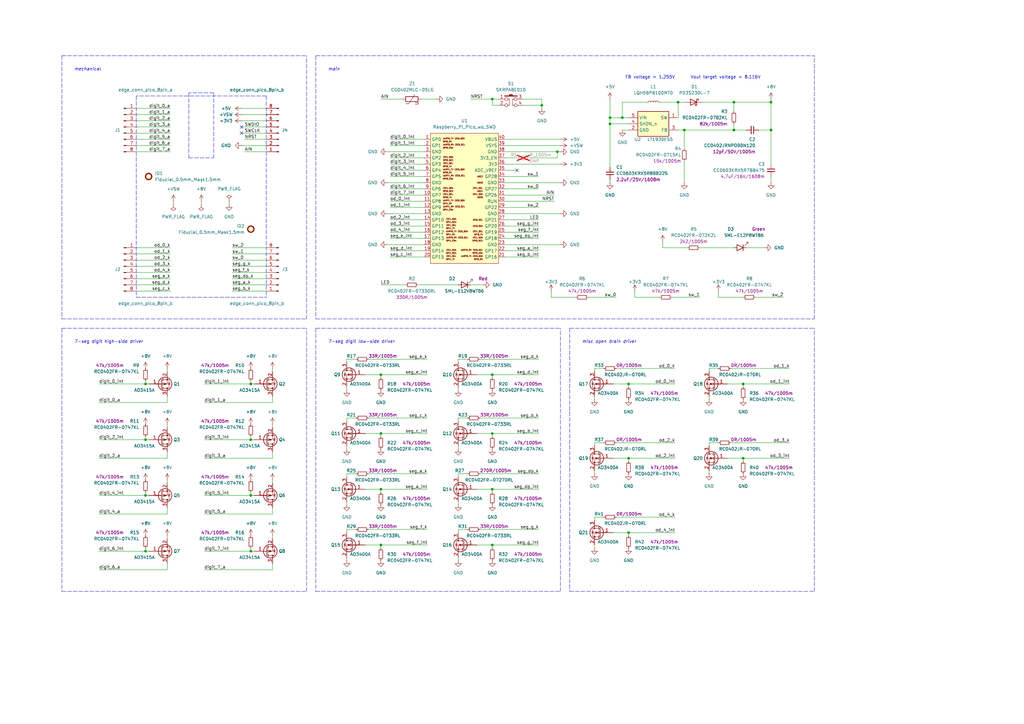
<source format=kicad_sch>
(kicad_sch (version 20250114) (generator "eeschema") (generator_version "9.0")
  (paper "A3")
  (title_block (title "Anode-common 7segments driver powered by Raspi Pico"))
  (lib_symbols
    (symbol "00_custom_lib:AO3400A" (pin_names (offset 0) (hide yes))
      (property "Reference" "Q" (at 5.08 2.54 0))
      (property "Value" "AO3400A" (at 5.08 0 0))
      (symbol "AO3400A_1_1"
        (pin input line (at -5.08 0 0) (length 5.08) (name "G") (number "1"))
        (pin passive line (at 2.54 5.08 270) (length 2.54) (name "D") (number "3"))
        (pin passive line (at 2.54 -5.08 90) (length 2.54) (name "S") (number "2"))
      )
    )
    (symbol "00_custom_lib:AO3415A" (pin_names (offset 0) (hide yes))
      (property "Reference" "Q" (at 5.08 2.54 0))
      (property "Value" "AO3415A" (at 5.08 0 0))
      (symbol "AO3415A_1_1"
        (pin input line (at -5.08 0 0) (length 5.08) (name "G") (number "1"))
        (pin passive line (at 2.54 5.08 270) (length 2.54) (name "D") (number "3"))
        (pin passive line (at 2.54 -5.08 90) (length 2.54) (name "S") (number "2"))
      )
    )
    (symbol "00_custom_lib:CC0402JRNPO9BN120" (pin_numbers (hide yes)) (pin_names (offset 0.254) (hide yes))
      (property "Reference" "C" (at 2.54 3.81 0))
      (property "Value" "CC0402JRNPO9BN120" (at 2.54 1.27 0))
      (property "Param" "12pF/50V/1005m" (at 2.54 -3.81 0))
      (symbol "CC0402JRNPO9BN120_1_1"
        (pin passive line (at 0 2.54 270) (length 2.032) (name "~") (number "1"))
        (pin passive line (at 0 -2.54 90) (length 2.032) (name "~") (number "2"))
      )
    )
    (symbol "00_custom_lib:CC0603KRX5R7BB475" (pin_numbers (hide yes)) (pin_names (offset 0.254) (hide yes))
      (property "Reference" "C" (at 2.54 3.81 0))
      (property "Value" "CC0603KRX5R7BB475" (at 2.54 1.27 0))
      (property "Param" "4.7uF/16V/1608m" (at 2.54 -3.81 0))
      (symbol "CC0603KRX5R7BB475_1_1"
        (pin passive line (at 0 2.54 270) (length 2.032) (name "~") (number "1"))
        (pin passive line (at 0 -2.54 90) (length 2.032) (name "~") (number "2"))
      )
    )
    (symbol "00_custom_lib:CC0603KRX5R8BB225" (pin_numbers (hide yes)) (pin_names (offset 0.254) (hide yes))
      (property "Reference" "C" (at 2.54 3.81 0))
      (property "Value" "CC0603KRX5R8BB225" (at 2.54 1.27 0))
      (property "Param" "2.2uF/25V/1608m" (at 2.54 -3.81 0))
      (symbol "CC0603KRX5R8BB225_1_1"
        (pin passive line (at 0 2.54 270) (length 2.032) (name "~") (number "1"))
        (pin passive line (at 0 -2.54 90) (length 2.032) (name "~") (number "2"))
      )
    )
    (symbol "00_custom_lib:Fiducial_0.5mm_Mask1.5mm"
      (property "Reference" "ID" (at 0 5.08 0))
      (property "Value" "Fiducial_0.5mm_Mask1.5mm" (at 0 3.175 0))
    )
    (symbol "00_custom_lib:LQH5BPB100MT0" (pin_numbers (hide yes)) (pin_names (offset 0.254) (hide yes))
      (property "Reference" "L" (at 0 1.905 0))
      (property "Value" "LQH5BPB100MT0" (at 0 -1.905 0))
      (symbol "LQH5BPB100MT0_1_1"
        (pin passive line (at -2.54 0 0) (length 0.508) (name "~") (number "1"))
        (pin passive line (at 2.54 0 180) (length 0.508) (name "~") (number "2"))
      )
    )
    (symbol "00_custom_lib:LT1930ES5"
      (property "Reference" "U" (at -6.35 6.35 0))
      (property "Value" "LT1930ES5" (at 0 -6.985 0))
      (symbol "LT1930ES5_1_1"
        (pin power_in line (at -10.16 2.54 0) (length 3.81) (name "VIN") (number "5"))
        (pin passive line (at -10.16 0 0) (length 3.81) (name "SHDN_n") (number "4"))
        (pin power_in line (at -10.16 -2.54 0) (length 3.81) (name "GND") (number "2"))
        (pin input line (at 10.16 2.54 180) (length 3.81) (name "SW") (number "1"))
        (pin passive line (at 10.16 -2.54 180) (length 3.81) (name "FB") (number "3"))
      )
    )
    (symbol "00_custom_lib:PD3S230L-7" (pin_numbers (hide yes)) (pin_names (offset 1.016) (hide yes))
      (property "Reference" "D" (at 0 2.54 0))
      (property "Value" "PD3S230L-7" (at 0 -2.54 0))
      (symbol "PD3S230L-7_1_1"
        (pin passive line (at -3.81 0 0) (length 2.54) (name "A") (number "1"))
        (pin passive line (at 3.81 0 180) (length 2.54) (name "K") (number "2"))
      )
    )
    (symbol "00_custom_lib:RC0402FR-0715KL" (pin_numbers (hide yes)) (pin_names (offset 0.254) (hide yes))
      (property "Reference" "R" (at 1.27 3.81 0))
      (property "Value" "RC0402FR-0715KL" (at 1.27 1.27 0))
      (property "Param" "15k/1005m" (at 1.27 -3.81 0))
      (symbol "RC0402FR-0715KL_1_1"
        (pin passive line (at 0 2.54 270) (length 0.762) (name "~") (number "1"))
        (pin passive line (at 0 -2.54 90) (length 0.762) (name "~") (number "2"))
      )
    )
    (symbol "00_custom_lib:RC0402FR-07270RL" (pin_numbers (hide yes)) (pin_names (offset 0.254) (hide yes))
      (property "Reference" "R" (at 1.27 3.81 0))
      (property "Value" "RC0402FR-07270RL" (at 1.27 1.27 0))
      (property "Param" "270R/1005m" (at 1.27 -3.81 0))
      (symbol "RC0402FR-07270RL_1_1"
        (pin passive line (at 0 2.54 270) (length 0.762) (name "~") (number "1"))
        (pin passive line (at 0 -2.54 90) (length 0.762) (name "~") (number "2"))
      )
    )
    (symbol "00_custom_lib:RC0402FR-072K2L" (pin_numbers (hide yes)) (pin_names (offset 0.254) (hide yes))
      (property "Reference" "R" (at 1.27 3.81 0))
      (property "Value" "RC0402FR-072K2L" (at 1.27 1.27 0))
      (property "Param" "2k2/1005m" (at 1.27 -3.81 0))
      (symbol "RC0402FR-072K2L_1_1"
        (pin passive line (at 0 2.54 270) (length 0.762) (name "~") (number "1"))
        (pin passive line (at 0 -2.54 90) (length 0.762) (name "~") (number "2"))
      )
    )
    (symbol "00_custom_lib:RC0402FR-07330RL" (pin_numbers (hide yes)) (pin_names (offset 0.254) (hide yes))
      (property "Reference" "R" (at 1.27 3.81 0))
      (property "Value" "RC0402FR-07330RL" (at 1.27 1.27 0))
      (property "Param" "330R/1005m" (at 1.27 -3.81 0))
      (symbol "RC0402FR-07330RL_1_1"
        (pin passive line (at 0 2.54 270) (length 0.762) (name "~") (number "1"))
        (pin passive line (at 0 -2.54 90) (length 0.762) (name "~") (number "2"))
      )
    )
    (symbol "00_custom_lib:RC0402FR-0733RL" (pin_numbers (hide yes)) (pin_names (offset 0.254) (hide yes))
      (property "Reference" "R" (at 1.27 3.81 0))
      (property "Value" "RC0402FR-0733RL" (at 1.27 1.27 0))
      (property "Param" "33R/1005m" (at 1.27 -3.81 0))
      (symbol "RC0402FR-0733RL_1_1"
        (pin passive line (at 0 2.54 270) (length 0.762) (name "~") (number "1"))
        (pin passive line (at 0 -2.54 90) (length 0.762) (name "~") (number "2"))
      )
    )
    (symbol "00_custom_lib:RC0402FR-0747KL" (pin_numbers (hide yes)) (pin_names (offset 0.254) (hide yes))
      (property "Reference" "R" (at 1.27 3.81 0))
      (property "Value" "RC0402FR-0747KL" (at 1.27 1.27 0))
      (property "Param" "47k/1005m" (at 1.27 -3.81 0))
      (symbol "RC0402FR-0747KL_1_1"
        (pin passive line (at 0 2.54 270) (length 0.762) (name "~") (number "1"))
        (pin passive line (at 0 -2.54 90) (length 0.762) (name "~") (number "2"))
      )
    )
    (symbol "00_custom_lib:RC0402FR-0782KL" (pin_numbers (hide yes)) (pin_names (offset 0.254) (hide yes))
      (property "Reference" "R" (at 1.27 3.81 0))
      (property "Value" "RC0402FR-0782KL" (at 1.27 1.27 0))
      (property "Param" "82k/1005m" (at 1.27 -3.81 0))
      (symbol "RC0402FR-0782KL_1_1"
        (pin passive line (at 0 2.54 270) (length 0.762) (name "~") (number "1"))
        (pin passive line (at 0 -2.54 90) (length 0.762) (name "~") (number "2"))
      )
    )
    (symbol "00_custom_lib:RC0402JR-070RL" (pin_numbers (hide yes)) (pin_names (offset 0.254) (hide yes))
      (property "Reference" "R" (at 1.27 3.81 0))
      (property "Value" "RC0402JR-070RL" (at 1.27 1.27 0))
      (property "Param" "0R/1005m" (at 1.27 -3.81 0))
      (symbol "RC0402JR-070RL_1_1"
        (pin passive line (at 0 2.54 270) (length 0.762) (name "~") (number "1"))
        (pin passive line (at 0 -2.54 90) (length 0.762) (name "~") (number "2"))
      )
    )
    (symbol "00_custom_lib:R_1005m" (pin_numbers (hide yes)) (pin_names (offset 0.254) (hide yes))
      (property "Reference" "R" (at 1.27 1.905 0))
      (property "Value" "R_1005m" (at 1.27 -0.635 0))
      (property "Param" "0R" (at 1.27 -3.175 0))
      (symbol "R_1005m_1_1"
        (pin passive line (at 0 2.54 270) (length 0.762) (name "~") (number "1"))
        (pin passive line (at 0 -2.54 90) (length 0.762) (name "~") (number "2"))
      )
    )
    (symbol "00_custom_lib:Raspberry_Pi_Pico_wo_SWD"
      (property "Reference" "U" (at 13.97 6.35 0))
      (property "Value" "Raspberry_Pi_Pico_wo_SWD" (at 13.97 3.81 0))
      (symbol "Raspberry_Pi_Pico_wo_SWD_0_0"
        (text "UART0_TX I2C0_SDA" (at 5.08 0 0) (effects (font (size 0.6 0.6)) (justify left bottom)))
        (text "SPI0_RX" (at 5.08 -1.27 0) (effects (font (size 0.6 0.6)) (justify left bottom)))
        (text "UART0_RX I2C0_SCL" (at 5.08 -2.54 0) (effects (font (size 0.6 0.6)) (justify left bottom)))
        (text "SPI0_CSn" (at 5.08 -3.81 0) (effects (font (size 0.6 0.6)) (justify left bottom)))
        (text "I2C1_SDA" (at 5.08 -7.62 0) (effects (font (size 0.6 0.6)) (justify left bottom)))
        (text "SPI0_SCK" (at 5.08 -8.89 0) (effects (font (size 0.6 0.6)) (justify left bottom)))
        (text "I2C1_SCL" (at 5.08 -10.16 0) (effects (font (size 0.6 0.6)) (justify left bottom)))
        (text "SPI0_TX" (at 5.08 -11.43 0) (effects (font (size 0.6 0.6)) (justify left bottom)))
        (text "UART1_TX I2C0_SDA" (at 5.08 -12.7 0) (effects (font (size 0.6 0.6)) (justify left bottom)))
        (text "SPI0_RX" (at 5.08 -13.97 0) (effects (font (size 0.6 0.6)) (justify left bottom)))
        (text "UART1_RX I2C0_SCL" (at 5.08 -15.24 0) (effects (font (size 0.6 0.6)) (justify left bottom)))
        (text "SPI0_CSn" (at 5.08 -16.51 0) (effects (font (size 0.6 0.6)) (justify left bottom)))
        (text "I2C1_SDA" (at 5.08 -20.32 0) (effects (font (size 0.6 0.6)) (justify left bottom)))
        (text "SPI0_SCK" (at 5.08 -21.59 0) (effects (font (size 0.6 0.6)) (justify left bottom)))
        (text "I2C1_SCL" (at 5.08 -22.86 0) (effects (font (size 0.6 0.6)) (justify left bottom)))
        (text "SPI0_TX" (at 5.08 -24.13 0) (effects (font (size 0.6 0.6)) (justify left bottom)))
        (text "UART1_TX I2C0_SDA" (at 5.08 -25.4 0) (effects (font (size 0.6 0.6)) (justify left bottom)))
        (text "SPI1_RX" (at 5.08 -26.67 0) (effects (font (size 0.6 0.6)) (justify left bottom)))
        (text "UART1_RX I2C0_SCL" (at 5.08 -27.94 0) (effects (font (size 0.6 0.6)) (justify left bottom)))
        (text "SPI1_CSn" (at 5.08 -29.21 0) (effects (font (size 0.6 0.6)) (justify left bottom)))
        (text "I2C1_SDA" (at 6.35 -33.02 0) (effects (font (size 0.6 0.6)) (justify left bottom)))
        (text "SPI1_SCK" (at 6.35 -34.29 0) (effects (font (size 0.6 0.6)) (justify left bottom)))
        (text "I2C1_SCL" (at 6.35 -35.56 0) (effects (font (size 0.6 0.6)) (justify left bottom)))
        (text "SPI1_TX" (at 6.35 -36.83 0) (effects (font (size 0.6 0.6)) (justify left bottom)))
        (text "UART0_TX I2C0_SDA" (at 6.35 -38.1 0) (effects (font (size 0.6 0.6)) (justify left bottom)))
        (text "SPI1_RX" (at 6.35 -39.37 0) (effects (font (size 0.6 0.6)) (justify left bottom)))
        (text "UART0_RX I2C0_SCL" (at 6.35 -40.64 0) (effects (font (size 0.6 0.6)) (justify left bottom)))
        (text "SPI1_CSn" (at 6.35 -41.91 0) (effects (font (size 0.6 0.6)) (justify left bottom)))
        (text "I2C1_SDA" (at 6.35 -45.72 0) (effects (font (size 0.6 0.6)) (justify left bottom)))
        (text "SPI1_SCK" (at 6.35 -46.99 0) (effects (font (size 0.6 0.6)) (justify left bottom)))
        (text "I2C1_SCL" (at 6.35 -48.26 0) (effects (font (size 0.6 0.6)) (justify left bottom)))
        (text "SPI1_TX" (at 6.35 -49.53 0) (effects (font (size 0.6 0.6)) (justify left bottom)))
        (text "ADC2" (at 21.59 -15.24 0) (effects (font (size 0.6 0.6)) (justify right)))
        (text "AGND" (at 21.59 -17.78 0) (effects (font (size 0.6 0.6)) (justify right)))
        (text "I2C1_SCL" (at 21.59 -20.32 0) (effects (font (size 0.6 0.6)) (justify right bottom)))
        (text "ADC1" (at 21.59 -21.59 0) (effects (font (size 0.6 0.6)) (justify right bottom)))
        (text "I2C1_SDA" (at 21.59 -22.86 0) (effects (font (size 0.6 0.6)) (justify right bottom)))
        (text "ADC0" (at 21.59 -24.13 0) (effects (font (size 0.6 0.6)) (justify right bottom)))
        (text "I2C0_SCL" (at 21.59 -33.02 0) (effects (font (size 0.6 0.6)) (justify right)))
        (text "I2C0_SDA" (at 21.59 -35.56 0) (effects (font (size 0.6 0.6)) (justify right)))
        (text "I2C1_SCL" (at 21.59 -38.1 0) (effects (font (size 0.6 0.6)) (justify right bottom)))
        (text "SPI0_TX" (at 21.59 -39.37 0) (effects (font (size 0.6 0.6)) (justify right bottom)))
        (text "I2C1_SDA" (at 21.59 -40.64 0) (effects (font (size 0.6 0.6)) (justify right bottom)))
        (text "SPI0_SCK" (at 21.59 -41.91 0) (effects (font (size 0.6 0.6)) (justify right bottom)))
        (text "UART0_RX I2C0_SCL" (at 21.59 -45.72 0) (effects (font (size 0.6 0.6)) (justify right bottom)))
        (text "SPI0_CSn" (at 21.59 -46.99 0) (effects (font (size 0.6 0.6)) (justify right bottom)))
        (text "UART0_TX I2C0_SDA" (at 21.59 -48.26 0) (effects (font (size 0.6 0.6)) (justify right bottom)))
        (text "SPI0_RX" (at 21.59 -49.53 0) (effects (font (size 0.6 0.6)) (justify right bottom)))
      )
      (symbol "Raspberry_Pi_Pico_wo_SWD_1_1"
        (pin passive line (at -2.54 0 0) (length 2.54) (name "GP0") (number "1"))
        (pin passive line (at -2.54 -2.54 0) (length 2.54) (name "GP1") (number "2"))
        (pin power_in line (at -2.54 -5.08 0) (length 2.54) (name "GND") (number "3"))
        (pin passive line (at -2.54 -7.62 0) (length 2.54) (name "GP2") (number "4"))
        (pin passive line (at -2.54 -10.16 0) (length 2.54) (name "GP3") (number "5"))
        (pin passive line (at -2.54 -12.7 0) (length 2.54) (name "GP4") (number "6"))
        (pin passive line (at -2.54 -15.24 0) (length 2.54) (name "GP5") (number "7"))
        (pin power_in line (at -2.54 -17.78 0) (length 2.54) (name "GND") (number "8"))
        (pin passive line (at -2.54 -20.32 0) (length 2.54) (name "GP6") (number "9"))
        (pin passive line (at -2.54 -22.86 0) (length 2.54) (name "GP7") (number "10"))
        (pin passive line (at -2.54 -25.4 0) (length 2.54) (name "GP8") (number "11"))
        (pin passive line (at -2.54 -27.94 0) (length 2.54) (name "GP9") (number "12"))
        (pin power_in line (at -2.54 -30.48 0) (length 2.54) (name "GND") (number "13"))
        (pin passive line (at -2.54 -33.02 0) (length 2.54) (name "GP10") (number "14"))
        (pin passive line (at -2.54 -35.56 0) (length 2.54) (name "GP11") (number "15"))
        (pin passive line (at -2.54 -38.1 0) (length 2.54) (name "GP12") (number "16"))
        (pin passive line (at -2.54 -40.64 0) (length 2.54) (name "GP13") (number "17"))
        (pin power_in line (at -2.54 -43.18 0) (length 2.54) (name "GND") (number "18"))
        (pin passive line (at -2.54 -45.72 0) (length 2.54) (name "GP14") (number "19"))
        (pin passive line (at -2.54 -48.26 0) (length 2.54) (name "GP15") (number "20"))
        (pin power_out line (at 30.48 0 180) (length 2.54) (name "VBUS") (number "40"))
        (pin power_in line (at 30.48 -2.54 180) (length 2.54) (name "VSYS") (number "39"))
        (pin power_in line (at 30.48 -5.08 180) (length 2.54) (name "GND") (number "38"))
        (pin passive line (at 30.48 -7.62 180) (length 2.54) (name "3V3_EN") (number "37"))
        (pin power_out line (at 30.48 -10.16 180) (length 2.54) (name "3V3") (number "36"))
        (pin passive line (at 30.48 -12.7 180) (length 2.54) (name "ADC_VREF") (number "35"))
        (pin passive line (at 30.48 -15.24 180) (length 2.54) (name "GP28") (number "34"))
        (pin power_in line (at 30.48 -17.78 180) (length 2.54) (name "GND") (number "33"))
        (pin passive line (at 30.48 -20.32 180) (length 2.54) (name "GP27") (number "32"))
        (pin passive line (at 30.48 -22.86 180) (length 2.54) (name "GP26") (number "31"))
        (pin passive line (at 30.48 -25.4 180) (length 2.54) (name "RUN") (number "30"))
        (pin passive line (at 30.48 -27.94 180) (length 2.54) (name "GP22") (number "29"))
        (pin power_in line (at 30.48 -30.48 180) (length 2.54) (name "GND") (number "28"))
        (pin passive line (at 30.48 -33.02 180) (length 2.54) (name "GP21") (number "27"))
        (pin passive line (at 30.48 -35.56 180) (length 2.54) (name "GP20") (number "26"))
        (pin passive line (at 30.48 -38.1 180) (length 2.54) (name "GP19") (number "25"))
        (pin passive line (at 30.48 -40.64 180) (length 2.54) (name "GP18") (number "24"))
        (pin power_in line (at 30.48 -43.18 180) (length 2.54) (name "GND") (number "23"))
        (pin passive line (at 30.48 -45.72 180) (length 2.54) (name "GP17") (number "22"))
        (pin passive line (at 30.48 -48.26 180) (length 2.54) (name "GP16") (number "21"))
      )
    )
    (symbol "00_custom_lib:SKRPABE010"
      (property "Reference" "S" (at 0 5.08 0))
      (property "Value" "SKRPABE010" (at 0 -3.81 0))
      (symbol "SKRPABE010_0_1"
        (pin passive line (at -5.08 1.27 0) (length 2.54) (name "") (number "1"))
        (pin passive line (at -5.08 -1.27 0) (length 2.54) (name "") (number "2"))
        (pin passive line (at 5.08 1.27 180) (length 2.54) (name "") (number "3"))
        (pin passive line (at 5.08 -1.27 180) (length 2.54) (name "") (number "4"))
      )
    )
    (symbol "00_custom_lib:SML-E12P8WT86" (pin_numbers (hide yes)) (pin_names (offset 1.016) (hide yes))
      (property "Reference" "D" (at 0 2.54 0))
      (property "Value" "SML-E12P8WT86" (at 0 -4.445 0))
      (property "Param" "Green" (at 0 -9.525 0))
      (symbol "SML-E12P8WT86_1_1"
        (pin passive line (at -2.54 0 0) (length 1.27) (name "K") (number "1"))
        (pin passive line (at 2.54 0 180) (length 1.27) (name "A") (number "2"))
      )
    )
    (symbol "00_custom_lib:SML-E12V8WT86" (pin_numbers (hide yes)) (pin_names (offset 1.016) (hide yes))
      (property "Reference" "D" (at 0 2.54 0))
      (property "Value" "SML-E12V8WT86" (at 0 -4.445 0))
      (property "Param" "Red" (at 0 -9.525 0))
      (symbol "SML-E12V8WT86_1_1"
        (pin passive line (at -2.54 0 0) (length 1.27) (name "K") (number "1"))
        (pin passive line (at 2.54 0 180) (length 1.27) (name "A") (number "2"))
      )
    )
    (symbol "00_custom_lib:edge_conn_pico_8pin_a" (pin_names (offset 1.016) (hide yes))
      (property "Reference" "J" (at 0 10.16 0))
      (property "Value" "edge_conn_pico_8pin_a" (at 0 -12.7 0))
      (symbol "edge_conn_pico_8pin_a_1_1"
        (pin passive line (at 5.08 7.62 180) (length 3.81) (name "Pin_1") (number "1"))
        (pin passive line (at 5.08 5.08 180) (length 3.81) (name "Pin_2") (number "2"))
        (pin passive line (at 5.08 2.54 180) (length 3.81) (name "Pin_3") (number "3"))
        (pin passive line (at 5.08 0 180) (length 3.81) (name "Pin_4") (number "4"))
        (pin passive line (at 5.08 -2.54 180) (length 3.81) (name "Pin_5") (number "5"))
        (pin passive line (at 5.08 -5.08 180) (length 3.81) (name "Pin_6") (number "6"))
        (pin passive line (at 5.08 -7.62 180) (length 3.81) (name "Pin_7") (number "7"))
        (pin passive line (at 5.08 -10.16 180) (length 3.81) (name "Pin_8") (number "8"))
      )
    )
    (symbol "00_custom_lib:edge_conn_pico_8pin_b" (pin_names (offset 1.016) (hide yes))
      (property "Reference" "J" (at 0 10.16 0))
      (property "Value" "edge_conn_pico_8pin_b" (at 0 -12.7 0))
      (symbol "edge_conn_pico_8pin_b_1_1"
        (pin passive line (at 5.08 7.62 180) (length 3.81) (name "Pin_1") (number "1"))
        (pin passive line (at 5.08 5.08 180) (length 3.81) (name "Pin_2") (number "2"))
        (pin passive line (at 5.08 2.54 180) (length 3.81) (name "Pin_3") (number "3"))
        (pin passive line (at 5.08 0 180) (length 3.81) (name "Pin_4") (number "4"))
        (pin passive line (at 5.08 -2.54 180) (length 3.81) (name "Pin_5") (number "5"))
        (pin passive line (at 5.08 -5.08 180) (length 3.81) (name "Pin_6") (number "6"))
        (pin passive line (at 5.08 -7.62 180) (length 3.81) (name "Pin_7") (number "7"))
        (pin passive line (at 5.08 -10.16 180) (length 3.81) (name "Pin_8") (number "8"))
      )
    )
    (symbol "03_provenlib:CG0402MLC-05LG" (pin_numbers (hide yes)) (pin_names (offset 0))
      (property "Reference" "Z" (at 0 3.81 0))
      (property "Value" "CG0402MLC-05LG" (at 0 -3.81 0))
      (symbol "CG0402MLC-05LG_0_0"
        (text "U" (at 2.032 -1.778 900) (effects (font (size 1.27 1.27))))
      )
      (symbol "CG0402MLC-05LG_1_1"
        (pin passive line (at -3.81 0 0) (length 1.27) (name "~") (number "1"))
        (pin passive line (at 3.81 0 180) (length 1.27) (name "~") (number "2"))
      )
    )
    (symbol "power:+3V3" (power) (pin_numbers (hide yes)) (pin_names (offset 0) (hide yes))
      (property "Value" "+3V3" (at 0 3.556 0))
      (symbol "+3V3_1_1"
        (pin power_in line (at 0 0 90) (length 0) (name "~") (number "1"))
      )
    )
    (symbol "power:+5V" (power) (pin_numbers (hide yes)) (pin_names (offset 0) (hide yes))
      (property "Value" "+5V" (at 0 3.556 0))
      (symbol "+5V_1_1"
        (pin power_in line (at 0 0 90) (length 0) (name "~") (number "1"))
      )
    )
    (symbol "power:+8V" (power) (pin_numbers (hide yes)) (pin_names (offset 0) (hide yes))
      (property "Value" "+8V" (at 0 3.556 0))
      (symbol "+8V_1_1"
        (pin power_in line (at 0 0 90) (length 0) (name "~") (number "1"))
      )
    )
    (symbol "power:+VSW" (power) (pin_numbers (hide yes)) (pin_names (offset 0) (hide yes))
      (property "Value" "+VSW" (at 0 3.556 0))
      (symbol "+VSW_1_1"
        (pin power_in line (at 0 0 90) (length 0) (name "~") (number "1"))
      )
    )
    (symbol "power:GND" (power) (pin_numbers (hide yes)) (pin_names (offset 0) (hide yes))
      (property "Value" "GND" (at 0 -3.81 0))
      (symbol "GND_1_1"
        (pin power_in line (at 0 0 270) (length 0) (name "~") (number "1"))
      )
    )
    (symbol "power:PWR_FLAG" (power) (pin_numbers (hide yes)) (pin_names (offset 0) (hide yes))
      (property "Value" "PWR_FLAG" (at 0 3.81 0))
      (symbol "PWR_FLAG_0_0"
        (pin power_out line (at 0 0 90) (length 0) (name "~") (number "1"))
      )
    )
  )
  (text "7-seg digit high-side driver" (at 30.48 140.97 0) (effects (font (size 1.27 1.27) (italic yes)) (justify left bottom)))
  (text "7-seg digit low-side driver" (at 134.62 140.97 0) (effects (font (size 1.27 1.27) (italic yes)) (justify left bottom)))
  (text "mechanical" (at 30.48 29.21 0) (effects (font (size 1.27 1.27) (italic yes)) (justify left bottom)))
  (text "FB voltage = 1.255V" (at 276.86 31.75 0) (effects (font (size 1.27 1.27)) (justify right)))
  (text "Vout target voltage = 8.116V" (at 283.21 31.75 0) (effects (font (size 1.27 1.27)) (justify left)))
  (text "misc open drain driver" (at 238.76 140.97 0) (effects (font (size 1.27 1.27) (italic yes)) (justify left bottom)))
  (text "main" (at 134.62 29.21 0) (effects (font (size 1.27 1.27) (italic yes)) (justify left bottom)))
  (junction (at 201.93 40.64))
  (junction (at 59.69 180.34))
  (junction (at 201.93 153.67))
  (junction (at 304.8 187.96))
  (junction (at 316.23 53.34))
  (junction (at 228.6 62.23))
  (junction (at 102.87 203.2))
  (junction (at 59.69 203.2))
  (junction (at 280.67 53.34))
  (junction (at 304.8 157.48))
  (junction (at 201.93 223.52))
  (junction (at 250.19 48.26))
  (junction (at 59.69 157.48))
  (junction (at 201.93 177.8))
  (junction (at 255.27 48.26))
  (junction (at 300.99 53.34))
  (junction (at 278.13 41.91))
  (junction (at 300.99 41.91))
  (junction (at 257.81 187.96))
  (junction (at 257.81 157.48))
  (junction (at 250.19 50.8))
  (junction (at 59.69 226.06))
  (junction (at 156.21 153.67))
  (junction (at 156.21 200.66))
  (junction (at 102.87 157.48))
  (junction (at 316.23 41.91))
  (junction (at 156.21 177.8))
  (junction (at 156.21 223.52))
  (junction (at 102.87 180.34))
  (junction (at 257.81 218.44))
  (junction (at 102.87 226.06))
  (junction (at 222.25 43.18))
  (junction (at 201.93 200.66))
  (no_connect (at 212.09 69.85))
  (no_connect (at 99.06 52.07))
  (no_connect (at 99.06 54.61))
  (polyline (pts (xy 25.4 134.62) (xy 125.73 134.62)) (stroke (width 0) (type dash)))
  (wire (pts (xy 158.75 100.33) (xy 173.99 100.33)))
  (wire (pts (xy 93.98 82.55) (xy 93.98 83.82)))
  (wire (pts (xy 243.84 152.4) (xy 243.84 151.13)))
  (wire (pts (xy 212.09 69.85) (xy 207.01 69.85)))
  (wire (pts (xy 300.99 50.8) (xy 300.99 53.34)))
  (wire (pts (xy 69.85 106.68) (xy 55.88 106.68)))
  (wire (pts (xy 196.85 194.31) (xy 220.98 194.31)))
  (wire (pts (xy 142.24 217.17) (xy 146.05 217.17)))
  (wire (pts (xy 304.8 157.48) (xy 304.8 158.75)))
  (wire (pts (xy 109.22 59.69) (xy 99.06 59.69)))
  (wire (pts (xy 187.96 147.32) (xy 191.77 147.32)))
  (wire (pts (xy 257.81 157.48) (xy 257.81 158.75)))
  (wire (pts (xy 109.22 116.84) (xy 95.25 116.84)))
  (wire (pts (xy 40.64 210.82) (xy 68.58 210.82)))
  (wire (pts (xy 83.82 180.34) (xy 102.87 180.34)))
  (wire (pts (xy 278.13 41.91) (xy 278.13 48.26)))
  (wire (pts (xy 255.27 41.91) (xy 255.27 48.26)))
  (wire (pts (xy 111.76 208.28) (xy 111.76 210.82)))
  (wire (pts (xy 187.96 184.15) (xy 187.96 182.88)))
  (wire (pts (xy 255.27 48.26) (xy 257.81 48.26)))
  (wire (pts (xy 270.51 121.92) (xy 260.35 121.92)))
  (wire (pts (xy 299.72 181.61) (xy 323.85 181.61)))
  (wire (pts (xy 83.82 203.2) (xy 102.87 203.2)))
  (wire (pts (xy 228.6 64.77) (xy 228.6 62.23)))
  (wire (pts (xy 187.96 148.59) (xy 187.96 147.32)))
  (wire (pts (xy 304.8 157.48) (xy 323.85 157.48)))
  (wire (pts (xy 193.04 116.84) (xy 198.12 116.84)))
  (wire (pts (xy 227.33 80.01) (xy 207.01 80.01)))
  (wire (pts (xy 243.84 212.09) (xy 247.65 212.09)))
  (wire (pts (xy 316.23 53.34) (xy 316.23 67.31)))
  (wire (pts (xy 278.13 53.34) (xy 280.67 53.34)))
  (wire (pts (xy 102.87 226.06) (xy 104.14 226.06)))
  (wire (pts (xy 207.01 97.79) (xy 220.98 97.79)))
  (wire (pts (xy 69.85 119.38) (xy 55.88 119.38)))
  (wire (pts (xy 257.81 157.48) (xy 276.86 157.48)))
  (wire (pts (xy 102.87 156.21) (xy 102.87 157.48)))
  (wire (pts (xy 59.69 156.21) (xy 59.69 157.48)))
  (wire (pts (xy 109.22 57.15) (xy 100.33 57.15)))
  (wire (pts (xy 171.45 116.84) (xy 187.96 116.84)))
  (wire (pts (xy 214.63 43.18) (xy 222.25 43.18)))
  (wire (pts (xy 316.23 72.39) (xy 316.23 74.93)))
  (wire (pts (xy 207.01 67.31) (xy 229.87 67.31)))
  (wire (pts (xy 201.93 223.52) (xy 220.98 223.52)))
  (wire (pts (xy 69.85 44.45) (xy 55.88 44.45)))
  (wire (pts (xy 102.87 203.2) (xy 104.14 203.2)))
  (wire (pts (xy 158.75 74.93) (xy 173.99 74.93)))
  (wire (pts (xy 111.76 173.99) (xy 111.76 175.26)))
  (wire (pts (xy 156.21 116.84) (xy 166.37 116.84)))
  (polyline (pts (xy 129.54 130.81) (xy 334.01 130.81)) (stroke (width 0) (type dash)))
  (wire (pts (xy 229.87 87.63) (xy 207.01 87.63)))
  (wire (pts (xy 304.8 187.96) (xy 304.8 189.23)))
  (wire (pts (xy 280.67 53.34) (xy 280.67 60.96)))
  (wire (pts (xy 69.85 104.14) (xy 55.88 104.14)))
  (wire (pts (xy 187.96 217.17) (xy 191.77 217.17)))
  (wire (pts (xy 270.51 41.91) (xy 278.13 41.91)))
  (wire (pts (xy 160.02 85.09) (xy 173.99 85.09)))
  (wire (pts (xy 142.24 229.87) (xy 142.24 228.6)))
  (wire (pts (xy 187.96 194.31) (xy 191.77 194.31)))
  (polyline (pts (xy 77.47 64.77) (xy 87.63 64.77)) (stroke (width 0) (type dash)))
  (wire (pts (xy 201.93 153.67) (xy 201.93 154.94)))
  (wire (pts (xy 201.93 40.64) (xy 201.93 43.18)))
  (polyline (pts (xy 25.4 242.57) (xy 125.73 242.57)) (stroke (width 0) (type dash)))
  (wire (pts (xy 69.85 111.76) (xy 55.88 111.76)))
  (polyline (pts (xy 109.22 39.37) (xy 55.88 39.37)) (stroke (width 0) (type dash)))
  (wire (pts (xy 40.64 187.96) (xy 68.58 187.96)))
  (wire (pts (xy 195.58 223.52) (xy 201.93 223.52)))
  (wire (pts (xy 280.67 66.04) (xy 280.67 74.93)))
  (wire (pts (xy 59.69 201.93) (xy 59.69 203.2)))
  (wire (pts (xy 160.02 80.01) (xy 173.99 80.01)))
  (wire (pts (xy 306.07 101.6) (xy 313.69 101.6)))
  (wire (pts (xy 142.24 148.59) (xy 142.24 147.32)))
  (wire (pts (xy 298.45 157.48) (xy 304.8 157.48)))
  (wire (pts (xy 304.8 121.92) (xy 294.64 121.92)))
  (wire (pts (xy 111.76 219.71) (xy 111.76 220.98)))
  (wire (pts (xy 290.83 151.13) (xy 294.64 151.13)))
  (wire (pts (xy 201.93 177.8) (xy 201.93 179.07)))
  (wire (pts (xy 156.21 223.52) (xy 156.21 224.79)))
  (wire (pts (xy 271.78 101.6) (xy 281.94 101.6)))
  (wire (pts (xy 102.87 179.07) (xy 102.87 180.34)))
  (wire (pts (xy 160.02 90.17) (xy 173.99 90.17)))
  (wire (pts (xy 69.85 54.61) (xy 55.88 54.61)))
  (wire (pts (xy 102.87 157.48) (xy 104.14 157.48)))
  (wire (pts (xy 149.86 153.67) (xy 156.21 153.67)))
  (wire (pts (xy 151.13 147.32) (xy 175.26 147.32)))
  (wire (pts (xy 109.22 62.23) (xy 100.33 62.23)))
  (wire (pts (xy 252.73 121.92) (xy 241.3 121.92)))
  (polyline (pts (xy 233.68 242.57) (xy 334.01 242.57)) (stroke (width 0) (type dash)))
  (wire (pts (xy 69.85 46.99) (xy 55.88 46.99)))
  (wire (pts (xy 290.83 163.83) (xy 290.83 162.56)))
  (polyline (pts (xy 55.88 39.37) (xy 55.88 121.92)) (stroke (width 0) (type dash)))
  (wire (pts (xy 142.24 194.31) (xy 146.05 194.31)))
  (wire (pts (xy 83.82 187.96) (xy 111.76 187.96)))
  (wire (pts (xy 102.87 224.79) (xy 102.87 226.06)))
  (wire (pts (xy 111.76 162.56) (xy 111.76 165.1)))
  (polyline (pts (xy 129.54 22.86) (xy 129.54 130.81)) (stroke (width 0) (type dash)))
  (wire (pts (xy 99.06 44.45) (xy 109.22 44.45)))
  (polyline (pts (xy 77.47 38.1) (xy 77.47 64.77)) (stroke (width 0) (type dash)))
  (wire (pts (xy 251.46 187.96) (xy 257.81 187.96)))
  (wire (pts (xy 151.13 171.45) (xy 175.26 171.45)))
  (wire (pts (xy 68.58 219.71) (xy 68.58 220.98)))
  (wire (pts (xy 250.19 48.26) (xy 250.19 50.8)))
  (wire (pts (xy 290.83 182.88) (xy 290.83 181.61)))
  (wire (pts (xy 222.25 40.64) (xy 214.63 40.64)))
  (wire (pts (xy 250.19 50.8) (xy 250.19 68.58)))
  (polyline (pts (xy 334.01 242.57) (xy 334.01 134.62)) (stroke (width 0) (type dash)))
  (wire (pts (xy 229.87 57.15) (xy 207.01 57.15)))
  (wire (pts (xy 111.76 185.42) (xy 111.76 187.96)))
  (wire (pts (xy 290.83 181.61) (xy 294.64 181.61)))
  (wire (pts (xy 252.73 151.13) (xy 276.86 151.13)))
  (wire (pts (xy 99.06 52.07) (xy 109.22 52.07)))
  (wire (pts (xy 69.85 49.53) (xy 55.88 49.53)))
  (wire (pts (xy 207.01 95.25) (xy 220.98 95.25)))
  (wire (pts (xy 160.02 69.85) (xy 173.99 69.85)))
  (wire (pts (xy 321.31 121.92) (xy 309.88 121.92)))
  (polyline (pts (xy 129.54 22.86) (xy 334.01 22.86)) (stroke (width 0) (type dash)))
  (wire (pts (xy 83.82 226.06) (xy 102.87 226.06)))
  (wire (pts (xy 109.22 104.14) (xy 95.25 104.14)))
  (wire (pts (xy 251.46 218.44) (xy 257.81 218.44)))
  (wire (pts (xy 217.17 64.77) (xy 228.6 64.77)))
  (wire (pts (xy 243.84 182.88) (xy 243.84 181.61)))
  (wire (pts (xy 160.02 67.31) (xy 173.99 67.31)))
  (wire (pts (xy 294.64 121.92) (xy 294.64 119.38)))
  (polyline (pts (xy 233.68 134.62) (xy 334.01 134.62)) (stroke (width 0) (type dash)))
  (polyline (pts (xy 25.4 22.86) (xy 25.4 130.81)) (stroke (width 0) (type dash)))
  (wire (pts (xy 151.13 194.31) (xy 175.26 194.31)))
  (wire (pts (xy 304.8 187.96) (xy 323.85 187.96)))
  (wire (pts (xy 250.19 40.64) (xy 250.19 48.26)))
  (wire (pts (xy 69.85 114.3) (xy 55.88 114.3)))
  (wire (pts (xy 257.81 218.44) (xy 257.81 219.71)))
  (polyline (pts (xy 87.63 38.1) (xy 87.63 64.77)) (stroke (width 0) (type dash)))
  (wire (pts (xy 160.02 77.47) (xy 173.99 77.47)))
  (polyline (pts (xy 25.4 22.86) (xy 125.73 22.86)) (stroke (width 0) (type dash)))
  (wire (pts (xy 250.19 74.93) (xy 250.19 73.66)))
  (wire (pts (xy 187.96 207.01) (xy 187.96 205.74)))
  (wire (pts (xy 160.02 72.39) (xy 173.99 72.39)))
  (wire (pts (xy 300.99 41.91) (xy 316.23 41.91)))
  (polyline (pts (xy 55.88 121.92) (xy 109.22 121.92)) (stroke (width 0) (type dash)))
  (wire (pts (xy 280.67 53.34) (xy 300.99 53.34)))
  (wire (pts (xy 83.82 233.68) (xy 111.76 233.68)))
  (wire (pts (xy 201.93 177.8) (xy 220.98 177.8)))
  (wire (pts (xy 207.01 64.77) (xy 212.09 64.77)))
  (wire (pts (xy 220.98 105.41) (xy 207.01 105.41)))
  (wire (pts (xy 151.13 217.17) (xy 175.26 217.17)))
  (wire (pts (xy 257.81 187.96) (xy 276.86 187.96)))
  (wire (pts (xy 271.78 99.06) (xy 271.78 101.6)))
  (wire (pts (xy 69.85 101.6) (xy 55.88 101.6)))
  (wire (pts (xy 299.72 151.13) (xy 323.85 151.13)))
  (wire (pts (xy 193.04 40.64) (xy 201.93 40.64)))
  (wire (pts (xy 243.84 163.83) (xy 243.84 162.56)))
  (wire (pts (xy 69.85 109.22) (xy 55.88 109.22)))
  (wire (pts (xy 40.64 165.1) (xy 68.58 165.1)))
  (wire (pts (xy 59.69 179.07) (xy 59.69 180.34)))
  (wire (pts (xy 278.13 41.91) (xy 280.67 41.91)))
  (wire (pts (xy 187.96 229.87) (xy 187.96 228.6)))
  (wire (pts (xy 160.02 82.55) (xy 173.99 82.55)))
  (wire (pts (xy 111.76 196.85) (xy 111.76 198.12)))
  (polyline (pts (xy 129.54 242.57) (xy 229.87 242.57)) (stroke (width 0) (type dash)))
  (wire (pts (xy 195.58 153.67) (xy 201.93 153.67)))
  (wire (pts (xy 71.12 83.82) (xy 71.12 82.55)))
  (wire (pts (xy 226.06 121.92) (xy 226.06 119.38)))
  (wire (pts (xy 243.84 213.36) (xy 243.84 212.09)))
  (wire (pts (xy 229.87 74.93) (xy 207.01 74.93)))
  (wire (pts (xy 187.96 195.58) (xy 187.96 194.31)))
  (wire (pts (xy 201.93 200.66) (xy 220.98 200.66)))
  (wire (pts (xy 142.24 207.01) (xy 142.24 205.74)))
  (wire (pts (xy 201.93 200.66) (xy 201.93 201.93)))
  (wire (pts (xy 68.58 151.13) (xy 68.58 152.4)))
  (wire (pts (xy 243.84 151.13) (xy 247.65 151.13)))
  (wire (pts (xy 160.02 64.77) (xy 173.99 64.77)))
  (wire (pts (xy 195.58 200.66) (xy 201.93 200.66)))
  (wire (pts (xy 40.64 226.06) (xy 59.69 226.06)))
  (wire (pts (xy 149.86 223.52) (xy 156.21 223.52)))
  (wire (pts (xy 260.35 121.92) (xy 260.35 119.38)))
  (wire (pts (xy 149.86 177.8) (xy 156.21 177.8)))
  (wire (pts (xy 156.21 153.67) (xy 175.26 153.67)))
  (wire (pts (xy 109.22 111.76) (xy 95.25 111.76)))
  (wire (pts (xy 68.58 208.28) (xy 68.58 210.82)))
  (wire (pts (xy 287.02 101.6) (xy 300.99 101.6)))
  (wire (pts (xy 99.06 49.53) (xy 109.22 49.53)))
  (polyline (pts (xy 25.4 130.81) (xy 125.73 130.81)) (stroke (width 0) (type dash)))
  (wire (pts (xy 195.58 177.8) (xy 201.93 177.8)))
  (wire (pts (xy 187.96 171.45) (xy 191.77 171.45)))
  (wire (pts (xy 111.76 231.14) (xy 111.76 233.68)))
  (wire (pts (xy 250.19 50.8) (xy 257.81 50.8)))
  (wire (pts (xy 142.24 184.15) (xy 142.24 182.88)))
  (wire (pts (xy 149.86 200.66) (xy 156.21 200.66)))
  (wire (pts (xy 83.82 157.48) (xy 102.87 157.48)))
  (wire (pts (xy 109.22 119.38) (xy 95.25 119.38)))
  (wire (pts (xy 257.81 187.96) (xy 257.81 189.23)))
  (wire (pts (xy 102.87 201.93) (xy 102.87 203.2)))
  (wire (pts (xy 220.98 90.17) (xy 207.01 90.17)))
  (wire (pts (xy 220.98 102.87) (xy 207.01 102.87)))
  (wire (pts (xy 300.99 53.34) (xy 306.07 53.34)))
  (wire (pts (xy 298.45 187.96) (xy 304.8 187.96)))
  (wire (pts (xy 251.46 157.48) (xy 257.81 157.48)))
  (polyline (pts (xy 129.54 134.62) (xy 129.54 242.57)) (stroke (width 0) (type dash)))
  (wire (pts (xy 158.75 62.23) (xy 173.99 62.23)))
  (wire (pts (xy 83.82 210.82) (xy 111.76 210.82)))
  (wire (pts (xy 201.93 223.52) (xy 201.93 224.79)))
  (wire (pts (xy 142.24 172.72) (xy 142.24 171.45)))
  (wire (pts (xy 156.21 200.66) (xy 156.21 201.93)))
  (wire (pts (xy 156.21 177.8) (xy 175.26 177.8)))
  (wire (pts (xy 40.64 203.2) (xy 59.69 203.2)))
  (wire (pts (xy 250.19 48.26) (xy 255.27 48.26)))
  (wire (pts (xy 68.58 185.42) (xy 68.58 187.96)))
  (wire (pts (xy 229.87 62.23) (xy 228.6 62.23)))
  (wire (pts (xy 156.21 40.64) (xy 165.1 40.64)))
  (wire (pts (xy 187.96 172.72) (xy 187.96 171.45)))
  (wire (pts (xy 109.22 101.6) (xy 95.25 101.6)))
  (wire (pts (xy 160.02 59.69) (xy 173.99 59.69)))
  (wire (pts (xy 68.58 231.14) (xy 68.58 233.68)))
  (polyline (pts (xy 233.68 134.62) (xy 233.68 242.57)) (stroke (width 0) (type dash)))
  (wire (pts (xy 160.02 105.41) (xy 173.99 105.41)))
  (wire (pts (xy 82.55 83.82) (xy 82.55 82.55)))
  (wire (pts (xy 179.07 40.64) (xy 172.72 40.64)))
  (wire (pts (xy 220.98 92.71) (xy 207.01 92.71)))
  (wire (pts (xy 173.99 102.87) (xy 160.02 102.87)))
  (wire (pts (xy 187.96 160.02) (xy 187.96 158.75)))
  (wire (pts (xy 290.83 194.31) (xy 290.83 193.04)))
  (wire (pts (xy 99.06 54.61) (xy 109.22 54.61)))
  (wire (pts (xy 290.83 152.4) (xy 290.83 151.13)))
  (wire (pts (xy 69.85 52.07) (xy 55.88 52.07)))
  (wire (pts (xy 111.76 151.13) (xy 111.76 152.4)))
  (wire (pts (xy 68.58 162.56) (xy 68.58 165.1)))
  (wire (pts (xy 59.69 203.2) (xy 60.96 203.2)))
  (wire (pts (xy 236.22 121.92) (xy 226.06 121.92)))
  (wire (pts (xy 228.6 62.23) (xy 207.01 62.23)))
  (wire (pts (xy 83.82 165.1) (xy 111.76 165.1)))
  (wire (pts (xy 243.84 181.61) (xy 247.65 181.61)))
  (wire (pts (xy 196.85 217.17) (xy 220.98 217.17)))
  (wire (pts (xy 109.22 46.99) (xy 99.06 46.99)))
  (polyline (pts (xy 129.54 134.62) (xy 229.87 134.62)) (stroke (width 0) (type dash)))
  (polyline (pts (xy 125.73 242.57) (xy 125.73 134.62)) (stroke (width 0) (type dash)))
  (wire (pts (xy 156.21 153.67) (xy 156.21 154.94)))
  (wire (pts (xy 160.02 57.15) (xy 173.99 57.15)))
  (wire (pts (xy 316.23 41.91) (xy 316.23 53.34)))
  (wire (pts (xy 109.22 114.3) (xy 95.25 114.3)))
  (wire (pts (xy 222.25 44.45) (xy 222.25 43.18)))
  (wire (pts (xy 287.02 121.92) (xy 275.59 121.92)))
  (wire (pts (xy 59.69 180.34) (xy 60.96 180.34)))
  (wire (pts (xy 40.64 157.48) (xy 59.69 157.48)))
  (wire (pts (xy 59.69 224.79) (xy 59.69 226.06)))
  (polyline (pts (xy 229.87 242.57) (xy 229.87 134.62)) (stroke (width 0) (type dash)))
  (wire (pts (xy 109.22 106.68) (xy 95.25 106.68)))
  (wire (pts (xy 196.85 147.32) (xy 220.98 147.32)))
  (wire (pts (xy 222.25 43.18) (xy 222.25 40.64)))
  (wire (pts (xy 160.02 92.71) (xy 173.99 92.71)))
  (wire (pts (xy 142.24 147.32) (xy 146.05 147.32)))
  (wire (pts (xy 69.85 59.69) (xy 55.88 59.69)))
  (wire (pts (xy 201.93 153.67) (xy 220.98 153.67)))
  (wire (pts (xy 160.02 95.25) (xy 173.99 95.25)))
  (wire (pts (xy 109.22 109.22) (xy 95.25 109.22)))
  (polyline (pts (xy 125.73 130.81) (xy 125.73 22.86)) (stroke (width 0) (type dash)))
  (polyline (pts (xy 109.22 39.37) (xy 109.22 121.92)) (stroke (width 0) (type dash)))
  (wire (pts (xy 187.96 218.44) (xy 187.96 217.17)))
  (wire (pts (xy 316.23 40.64) (xy 316.23 41.91)))
  (wire (pts (xy 142.24 171.45) (xy 146.05 171.45)))
  (wire (pts (xy 156.21 177.8) (xy 156.21 179.07)))
  (wire (pts (xy 265.43 41.91) (xy 255.27 41.91)))
  (wire (pts (xy 243.84 224.79) (xy 243.84 223.52)))
  (wire (pts (xy 257.81 218.44) (xy 276.86 218.44)))
  (wire (pts (xy 69.85 57.15) (xy 55.88 57.15)))
  (wire (pts (xy 252.73 212.09) (xy 276.86 212.09)))
  (wire (pts (xy 207.01 72.39) (xy 220.98 72.39)))
  (polyline (pts (xy 334.01 130.81) (xy 334.01 22.86)) (stroke (width 0) (type dash)))
  (wire (pts (xy 227.33 82.55) (xy 207.01 82.55)))
  (wire (pts (xy 160.02 97.79) (xy 173.99 97.79)))
  (wire (pts (xy 102.87 180.34) (xy 104.14 180.34)))
  (wire (pts (xy 204.47 43.18) (xy 201.93 43.18)))
  (wire (pts (xy 158.75 87.63) (xy 173.99 87.63)))
  (wire (pts (xy 156.21 223.52) (xy 175.26 223.52)))
  (wire (pts (xy 142.24 218.44) (xy 142.24 217.17)))
  (wire (pts (xy 252.73 181.61) (xy 276.86 181.61)))
  (wire (pts (xy 142.24 195.58) (xy 142.24 194.31)))
  (wire (pts (xy 300.99 41.91) (xy 300.99 45.72)))
  (wire (pts (xy 201.93 40.64) (xy 204.47 40.64)))
  (wire (pts (xy 69.85 116.84) (xy 55.88 116.84)))
  (wire (pts (xy 288.29 41.91) (xy 300.99 41.91)))
  (wire (pts (xy 40.64 180.34) (xy 59.69 180.34)))
  (wire (pts (xy 311.15 53.34) (xy 316.23 53.34)))
  (polyline (pts (xy 87.63 38.1) (xy 77.47 38.1)) (stroke (width 0) (type dash)))
  (wire (pts (xy 142.24 160.02) (xy 142.24 158.75)))
  (polyline (pts (xy 25.4 134.62) (xy 25.4 242.57)) (stroke (width 0) (type dash)))
  (wire (pts (xy 243.84 194.31) (xy 243.84 193.04)))
  (wire (pts (xy 40.64 233.68) (xy 68.58 233.68)))
  (wire (pts (xy 229.87 100.33) (xy 207.01 100.33)))
  (wire (pts (xy 220.98 77.47) (xy 207.01 77.47)))
  (wire (pts (xy 68.58 173.99) (xy 68.58 175.26)))
  (wire (pts (xy 207.01 85.09) (xy 220.98 85.09)))
  (wire (pts (xy 68.58 196.85) (xy 68.58 198.12)))
  (wire (pts (xy 156.21 200.66) (xy 175.26 200.66)))
  (wire (pts (xy 59.69 226.06) (xy 60.96 226.06)))
  (wire (pts (xy 69.85 62.23) (xy 55.88 62.23)))
  (wire (pts (xy 255.27 53.34) (xy 257.81 53.34)))
  (wire (pts (xy 196.85 171.45) (xy 220.98 171.45)))
  (wire (pts (xy 229.87 59.69) (xy 207.01 59.69)))
  (wire (pts (xy 59.69 157.48) (xy 60.96 157.48)))
  (label "od_2_int" (at 276.86 187.96 180))
  (label "seg_b_k" (at 95.25 119.38 0))
  (label "digit_0_int" (at 160.02 57.15 0))
  (label "seg_c_k" (at 175.26 171.45 180))
  (label "SWDIO" (at 100.33 52.07 0))
  (label "sw_2" (at 321.31 121.92 180))
  (label "LED" (at 156.21 116.84 0))
  (label "digit_4_int" (at 40.64 203.2 0))
  (label "od_0_int" (at 160.02 82.55 0))
  (label "seg_g_int" (at 220.98 223.52 180))
  (label "od_3_k" (at 69.85 109.22 180))
  (label "digit_1_int" (at 83.82 157.48 0))
  (label "seg_c_int" (at 160.02 105.41 0))
  (label "seg_f_k" (at 95.25 111.76 0))
  (label "NRST" (at 193.04 40.64 0))
  (label "od_1_k" (at 69.85 104.14 180))
  (label "sw_1" (at 95.25 104.14 0))
  (label "od_4_k" (at 276.86 212.09 180))
  (label "LED" (at 220.98 90.17 180))
  (label "digit_7_a" (at 69.85 62.23 180))
  (label "seg_dp_int" (at 220.98 97.79 180))
  (label "digit_4_a" (at 40.64 210.82 0))
  (label "digit_6_int" (at 40.64 226.06 0))
  (label "seg_c_int" (at 175.26 177.8 180))
  (label "digit_6_a" (at 40.64 233.68 0))
  (label "digit_3_int" (at 83.82 180.34 0))
  (label "od_4_k" (at 69.85 111.76 180))
  (label "digit_2_a" (at 40.64 187.96 0))
  (label "digit_4_a" (at 69.85 54.61 180))
  (label "seg_b_int" (at 220.98 105.41 180))
  (label "digit_6_a" (at 69.85 59.69 180))
  (label "od_2_k" (at 276.86 181.61 180))
  (label "digit_5_int" (at 83.82 203.2 0))
  (label "digit_4_int" (at 160.02 69.85 0))
  (label "od_1_int" (at 323.85 157.48 180))
  (label "seg_d_k" (at 220.98 147.32 180))
  (label "digit_7_int" (at 83.82 226.06 0))
  (label "seg_dp_k" (at 95.25 114.3 0))
  (label "digit_7_int" (at 160.02 80.01 0))
  (label "od_3_int" (at 323.85 187.96 180))
  (label "sw_0" (at 95.25 106.68 0))
  (label "digit_1_a" (at 69.85 46.99 180))
  (label "sw_1" (at 287.02 121.92 180))
  (label "seg_e_k" (at 175.26 147.32 180))
  (label "od_3_k" (at 323.85 181.61 180))
  (label "seg_g_k" (at 220.98 217.17 180))
  (label "NRST" (at 227.33 82.55 180))
  (label "digit_6_int" (at 160.02 77.47 0))
  (label "seg_d_k" (at 69.85 116.84 180))
  (label "od_2_int" (at 160.02 90.17 0))
  (label "seg_dp_int" (at 220.98 200.66 180))
  (label "sw_1" (at 220.98 72.39 180))
  (label "digit_3_a" (at 69.85 52.07 180))
  (label "digit_3_int" (at 160.02 67.31 0))
  (label "seg_f_int" (at 220.98 95.25 180))
  (label "digit_1_a" (at 83.82 165.1 0))
  (label "seg_e_int" (at 175.26 153.67 180))
  (label "od_1_int" (at 160.02 85.09 0))
  (label "seg_a_int" (at 220.98 102.87 180))
  (label "SWCLK" (at 100.33 54.61 0))
  (label "seg_a_int" (at 175.26 200.66 180))
  (label "sw_2" (at 95.25 101.6 0))
  (label "AIN" (at 100.33 62.23 0))
  (label "od_3_int" (at 160.02 92.71 0))
  (label "digit_1_int" (at 160.02 59.69 0))
  (label "digit_0_a" (at 69.85 44.45 180))
  (label "od_1_k" (at 323.85 151.13 180))
  (label "AIN" (at 227.33 80.01 180))
  (label "od_0_k" (at 69.85 101.6 180))
  (label "seg_b_int" (at 220.98 177.8 180))
  (label "seg_dp_k" (at 220.98 194.31 180))
  (label "digit_5_a" (at 83.82 210.82 0))
  (label "digit_2_a" (at 69.85 49.53 180))
  (label "NRST" (at 100.33 57.15 0))
  (label "seg_g_int" (at 220.98 92.71 180))
  (label "seg_d_int" (at 220.98 153.67 180))
  (label "seg_f_int" (at 175.26 223.52 180))
  (label "sw_0" (at 252.73 121.92 180))
  (label "seg_e_k" (at 69.85 114.3 180))
  (label "od_0_k" (at 276.86 151.13 180))
  (label "seg_a_k" (at 95.25 116.84 0))
  (label "seg_g_k" (at 95.25 109.22 0))
  (label "sw_2" (at 220.98 85.09 180))
  (label "od_4_int" (at 276.86 218.44 180))
  (label "od_2_k" (at 69.85 106.68 180))
  (label "seg_e_int" (at 160.02 97.79 0))
  (label "digit_5_int" (at 160.02 72.39 0))
  (label "od_4_int" (at 160.02 95.25 0))
  (label "seg_a_k" (at 175.26 194.31 180))
  (label "digit_0_a" (at 40.64 165.1 0))
  (label "digit_2_int" (at 40.64 180.34 0))
  (label "digit_0_int" (at 40.64 157.48 0))
  (label "seg_c_k" (at 69.85 119.38 180))
  (label "AIN" (at 156.21 40.64 0))
  (label "sw_0" (at 220.98 77.47 180))
  (label "seg_f_k" (at 175.26 217.17 180))
  (label "seg_d_int" (at 160.02 102.87 0))
  (label "seg_b_k" (at 220.98 171.45 180))
  (label "digit_7_a" (at 83.82 233.68 0))
  (label "digit_5_a" (at 69.85 57.15 180))
  (label "od_0_int" (at 276.86 157.48 180))
  (label "digit_3_a" (at 83.82 187.96 0))
  (label "digit_2_int" (at 160.02 64.77 0))
  (symbol (lib_id "00_custom_lib:RC0402FR-0733RL") (at 148.59 171.45 90) (unit 1)
    (property "Reference" "R21" (at 146.05 170.18 90) (effects (justify left)))
    (property "Value" "RC0402FR-0733RL" (at 154.94 173.99 90))
    (property "Footprint" "00_custom_lib:RC0402FR-0733RL" (effects (hide yes)))
    (property "Datasheet" "https://www.digikey.jp/en/products/detail/yageo/RC0402FR-0733RL/726593" (effects (hide yes)))
    (property "Description" "33 ohms 1% 1/16 W Chip Resistor, 1005 metric, 0402 imperial" (effects (hide yes)))
    (property "Param" "33R/1005m" (at 151.13 170.18 90) (effects (justify right)))
  )
  (symbol (lib_id "power:GND") (at 156.21 160.02 0) (unit 1)
    (property "Reference" "#PWR036" (effects (hide yes)))
    (property "Value" "GND" (at 156.21 165.1 0))
    (property "Description" "Power symbol creates a global label with name \"GND\" , ground" (effects (hide yes)))
  )
  (symbol (lib_id "00_custom_lib:AO3415A") (at 66.04 157.48 0) (mirror x) (unit 1)
    (property "Reference" "Q1" (at 71.12 157.48 0) (effects (justify left)))
    (property "Value" "AO3415A" (at 63.5 160.02 0) (effects (justify right)))
    (property "Footprint" "00_custom_lib:AO3415A" (effects (hide yes)))
    (property "Datasheet" "https://akizukidenshi.com/catalog/g/gI-14655/" (effects (hide yes)))
    (property "Description" "P-MOSFET transistor, 20V 5A, SOT-23, 1.6mm width" (effects (hide yes)))
  )
  (symbol (lib_id "00_custom_lib:LT1930ES5") (at 267.97 50.8 0) (unit 1)
    (property "Reference" "U2" (at 262.89 57.15 0) (effects (justify right)))
    (property "Value" "LT1930ES5" (at 265.43 57.15 0) (effects (justify left)))
    (property "Footprint" "00_custom_lib:LT1930ES5" (effects (hide yes)))
    (property "Datasheet" "https://akizukidenshi.com/catalog/g/gI-07292/" (effects (hide yes)))
    (property "Description" "Boost Regulator, Adjustable Output 2.0V-5.5V, SOT-23-5" (effects (hide yes)))
  )
  (symbol (lib_id "00_custom_lib:RC0402FR-0747KL") (at 102.87 176.53 0) (unit 1)
    (property "Reference" "R12" (at 100.33 172.72 0) (effects (justify right)))
    (property "Value" "RC0402FR-0747KL" (at 100.33 175.26 0) (effects (justify right)))
    (property "Footprint" "00_custom_lib:RC0402FR-0747KL" (effects (hide yes)))
    (property "Datasheet" "https://www.digikey.jp/en/products/detail/yageo/RC0402FR-0747KL/726616" (effects (hide yes)))
    (property "Description" "47k ohms 1% 1/16 W Chip Resistor, 1005 metric, 0402 imperial" (effects (hide yes)))
    (property "Param" "47k/1005m" (at 93.98 172.72 0) (effects (justify right)))
  )
  (symbol (lib_id "power:+8V") (at 68.58 151.13 0) (unit 1)
    (property "Reference" "#PWR019" (effects (hide yes)))
    (property "Value" "+8V" (at 68.58 146.05 0))
    (property "Description" "Power symbol creates a global label with name \"+8V\"" (effects (hide yes)))
  )
  (symbol (lib_id "00_custom_lib:AO3415A") (at 109.22 157.48 0) (mirror x) (unit 1)
    (property "Reference" "Q2" (at 114.3 157.48 0) (effects (justify left)))
    (property "Value" "AO3415A" (at 106.68 160.02 0) (effects (justify right)))
    (property "Footprint" "00_custom_lib:AO3415A" (effects (hide yes)))
    (property "Datasheet" "https://akizukidenshi.com/catalog/g/gI-14655/" (effects (hide yes)))
    (property "Description" "P-MOSFET transistor, 20V 5A, SOT-23, 1.6mm width" (effects (hide yes)))
  )
  (symbol (lib_id "00_custom_lib:RC0402JR-070RL") (at 297.18 181.61 90) (unit 1)
    (property "Reference" "R39" (at 294.64 180.34 90) (effects (justify left)))
    (property "Value" "RC0402JR-070RL" (at 303.53 184.15 90))
    (property "Footprint" "00_custom_lib:RC0402JR-070RL" (effects (hide yes)))
    (property "Datasheet" "https://www.digikey.jp/ja/products/detail/yageo/RC0402JR-070RL/726406" (effects (hide yes)))
    (property "Description" "0 ohm jumper 1/16 W Chip Resistor, 1005 metric, 0402 imperial" (effects (hide yes)))
    (property "Param" "0R/1005m" (at 299.72 180.34 90) (effects (justify right)))
  )
  (symbol (lib_id "power:+8V") (at 59.69 173.99 0) (unit 1)
    (property "Reference" "#PWR023" (effects (hide yes)))
    (property "Value" "+8V" (at 59.69 168.91 0))
    (property "Description" "Power symbol creates a global label with name \"+8V\"" (effects (hide yes)))
  )
  (symbol (lib_id "00_custom_lib:edge_conn_pico_8pin_b") (at 114.3 54.61 180) (unit 1)
    (property "Reference" "J4" (at 116.84 53.34 0))
    (property "Value" "edge_conn_pico_8pin_b" (at 105.41 36.83 0))
    (property "Footprint" "00_custom_lib:edge_conn_pico_8pin_b" (effects (hide yes)))
  )
  (symbol (lib_id "power:+8V") (at 102.87 219.71 0) (unit 1)
    (property "Reference" "#PWR033" (effects (hide yes)))
    (property "Value" "+8V" (at 102.87 214.63 0))
    (property "Description" "Power symbol creates a global label with name \"+8V\"" (effects (hide yes)))
  )
  (symbol (lib_id "power:GND") (at 243.84 194.31 0) (unit 1)
    (property "Reference" "#PWR055" (effects (hide yes)))
    (property "Value" "GND" (at 243.84 199.39 0))
    (property "Description" "Power symbol creates a global label with name \"GND\" , ground" (effects (hide yes)))
  )
  (symbol (lib_id "power:+3V3") (at 260.35 119.38 0) (mirror y) (unit 1)
    (property "Reference" "#PWR062" (effects (hide yes)))
    (property "Value" "+3V3" (at 260.35 115.57 0))
    (property "Description" "Power symbol creates a global label with name \"+3V3\"" (effects (hide yes)))
  )
  (symbol (lib_id "power:GND") (at 201.93 184.15 0) (unit 1)
    (property "Reference" "#PWR042" (effects (hide yes)))
    (property "Value" "GND" (at 201.93 189.23 0))
    (property "Description" "Power symbol creates a global label with name \"GND\" , ground" (effects (hide yes)))
  )
  (symbol (lib_id "00_custom_lib:AO3400A") (at 190.5 223.52 0) (mirror y) (unit 1)
    (property "Reference" "Q16" (at 185.42 223.52 0) (effects (justify left)))
    (property "Value" "AO3400A" (at 189.23 227.33 0) (effects (justify right)))
    (property "Footprint" "00_custom_lib:AO3400A" (effects (hide yes)))
    (property "Datasheet" "https://akizukidenshi.com/catalog/g/gI-14653/" (effects (hide yes)))
    (property "Description" "N-MOSFET transistor, 30V 5.7A, SOT-23, 1.6mm width" (effects (hide yes)))
  )
  (symbol (lib_id "power:+8V") (at 68.58 219.71 0) (unit 1)
    (property "Reference" "#PWR032" (effects (hide yes)))
    (property "Value" "+8V" (at 68.58 214.63 0))
    (property "Description" "Power symbol creates a global label with name \"+8V\"" (effects (hide yes)))
  )
  (symbol (lib_id "power:+8V") (at 271.78 99.06 0) (unit 1)
    (property "Reference" "#PWR066" (effects (hide yes)))
    (property "Value" "+8V" (at 271.78 93.98 0))
    (property "Description" "Power symbol creates a global label with name \"+8V\"" (effects (hide yes)))
  )
  (symbol (lib_id "00_custom_lib:RC0402FR-0733RL") (at 148.59 147.32 90) (unit 1)
    (property "Reference" "R17" (at 146.05 146.05 90) (effects (justify left)))
    (property "Value" "RC0402FR-0733RL" (at 154.94 149.86 90))
    (property "Footprint" "00_custom_lib:RC0402FR-0733RL" (effects (hide yes)))
    (property "Datasheet" "https://www.digikey.jp/en/products/detail/yageo/RC0402FR-0733RL/726593" (effects (hide yes)))
    (property "Description" "33 ohms 1% 1/16 W Chip Resistor, 1005 metric, 0402 imperial" (effects (hide yes)))
    (property "Param" "33R/1005m" (at 151.13 146.05 90) (effects (justify right)))
  )
  (symbol (lib_id "00_custom_lib:CC0603KRX5R8BB225") (at 250.19 71.12 180) (unit 1)
    (property "Reference" "C1" (at 252.73 68.58 0) (effects (justify right)))
    (property "Value" "CC0603KRX5R8BB225" (at 252.73 71.12 0) (effects (justify right)))
    (property "Footprint" "00_custom_lib:CC0603KRX5R8BB225" (effects (hide yes)))
    (property "Datasheet" "https://www.digikey.com/en/products/detail/yageo/CC0603KRX5R8BB225/5195194" (effects (hide yes)))
    (property "Description" "2.2 uF 10% 25V Ceramic Capacitor X5R, 1608 metric, 0603 imperial" (effects (hide yes)))
    (property "Param" "2.2uF/25V/1608m" (at 252.73 73.66 0) (effects (justify right)))
  )
  (symbol (lib_id "00_custom_lib:RC0402FR-0733RL") (at 194.31 171.45 90) (unit 1)
    (property "Reference" "R23" (at 191.77 170.18 90) (effects (justify left)))
    (property "Value" "RC0402FR-0733RL" (at 200.66 173.99 90))
    (property "Footprint" "00_custom_lib:RC0402FR-0733RL" (effects (hide yes)))
    (property "Datasheet" "https://www.digikey.jp/en/products/detail/yageo/RC0402FR-0733RL/726593" (effects (hide yes)))
    (property "Description" "33 ohms 1% 1/16 W Chip Resistor, 1005 metric, 0402 imperial" (effects (hide yes)))
    (property "Param" "33R/1005m" (at 196.85 170.18 90) (effects (justify right)))
  )
  (symbol (lib_id "power:GND") (at 187.96 229.87 0) (unit 1)
    (property "Reference" "#PWR049" (effects (hide yes)))
    (property "Value" "GND" (at 187.96 234.95 0))
    (property "Description" "Power symbol creates a global label with name \"GND\" , ground" (effects (hide yes)))
  )
  (symbol (lib_id "power:GND") (at 255.27 53.34 0) (unit 1)
    (property "Reference" "#PWR016" (effects (hide yes)))
    (property "Value" "GND" (at 255.27 58.42 0))
    (property "Description" "Power symbol creates a global label with name \"GND\" , ground" (effects (hide yes)))
  )
  (symbol (lib_id "power:+8V") (at 111.76 151.13 0) (unit 1)
    (property "Reference" "#PWR022" (effects (hide yes)))
    (property "Value" "+8V" (at 111.76 146.05 0))
    (property "Description" "Power symbol creates a global label with name \"+8V\"" (effects (hide yes)))
  )
  (symbol (lib_id "00_custom_lib:RC0402FR-0747KL") (at 59.69 199.39 0) (unit 1)
    (property "Reference" "R13" (at 57.15 195.58 0) (effects (justify right)))
    (property "Value" "RC0402FR-0747KL" (at 57.15 198.12 0) (effects (justify right)))
    (property "Footprint" "00_custom_lib:RC0402FR-0747KL" (effects (hide yes)))
    (property "Datasheet" "https://www.digikey.jp/en/products/detail/yageo/RC0402FR-0747KL/726616" (effects (hide yes)))
    (property "Description" "47k ohms 1% 1/16 W Chip Resistor, 1005 metric, 0402 imperial" (effects (hide yes)))
    (property "Param" "47k/1005m" (at 50.8 195.58 0) (effects (justify right)))
  )
  (symbol (lib_id "00_custom_lib:CC0603KRX5R7BB475") (at 316.23 69.85 0) (mirror y) (unit 1)
    (property "Reference" "C3" (at 313.69 67.3162 0) (effects (justify left)))
    (property "Value" "CC0603KRX5R7BB475" (at 313.69 69.8562 0) (effects (justify left)))
    (property "Footprint" "00_custom_lib:CC0603KRX5R7BB475" (effects (hide yes)))
    (property "Datasheet" "https://www.digikey.com/en/products/detail/yageo/CC0603KRX5R7BB475/5195193" (effects (hide yes)))
    (property "Description" "4.7 uF 10% 16V Ceramic Capacitor X5R, 1608 metric, 0603 imperial" (effects (hide yes)))
    (property "Param" "4.7uF/16V/1608m" (at 313.69 72.3962 0) (effects (justify left)))
  )
  (symbol (lib_id "power:+8V") (at 102.87 151.13 0) (unit 1)
    (property "Reference" "#PWR021" (effects (hide yes)))
    (property "Value" "+8V" (at 102.87 146.05 0))
    (property "Description" "Power symbol creates a global label with name \"+8V\"" (effects (hide yes)))
  )
  (symbol (lib_id "power:GND") (at 156.21 184.15 0) (unit 1)
    (property "Reference" "#PWR040" (effects (hide yes)))
    (property "Value" "GND" (at 156.21 189.23 0))
    (property "Description" "Power symbol creates a global label with name \"GND\" , ground" (effects (hide yes)))
  )
  (symbol (lib_id "power:GND") (at 198.12 116.84 90) (unit 1)
    (property "Reference" "#PWR014" (effects (hide yes)))
    (property "Value" "GND" (at 201.93 116.8401 90) (effects (justify right)))
    (property "Description" "Power symbol creates a global label with name \"GND\" , ground" (effects (hide yes)))
  )
  (symbol (lib_id "power:+8V") (at 68.58 196.85 0) (unit 1)
    (property "Reference" "#PWR028" (effects (hide yes)))
    (property "Value" "+8V" (at 68.58 191.77 0))
    (property "Description" "Power symbol creates a global label with name \"+8V\"" (effects (hide yes)))
  )
  (symbol (lib_id "00_custom_lib:AO3415A") (at 109.22 203.2 0) (mirror x) (unit 1)
    (property "Reference" "Q6" (at 114.3 203.2 0) (effects (justify left)))
    (property "Value" "AO3415A" (at 106.68 205.74 0) (effects (justify right)))
    (property "Footprint" "00_custom_lib:AO3415A" (effects (hide yes)))
    (property "Datasheet" "https://akizukidenshi.com/catalog/g/gI-14655/" (effects (hide yes)))
    (property "Description" "P-MOSFET transistor, 20V 5A, SOT-23, 1.6mm width" (effects (hide yes)))
  )
  (symbol (lib_id "power:PWR_FLAG") (at 93.98 82.55 0) (unit 1)
    (property "Reference" "#FLG0105" (effects (hide yes)))
    (property "Value" "PWR_FLAG" (at 93.98 77.47 0))
    (property "Description" "Special symbol for telling ERC where power comes from" (effects (hide yes)))
  )
  (symbol (lib_id "power:+VSW") (at 71.12 82.55 0) (unit 1)
    (property "Reference" "#PWR0106" (effects (hide yes)))
    (property "Value" "+VSW" (at 71.12 77.47 0))
    (property "Description" "Power symbol creates a global label with name \"+VSW\"" (effects (hide yes)))
  )
  (symbol (lib_id "power:+8V") (at 82.55 82.55 0) (unit 1)
    (property "Reference" "#PWR0108" (effects (hide yes)))
    (property "Value" "+8V" (at 82.55 77.47 0))
    (property "Description" "Power symbol creates a global label with name \"+8V\"" (effects (hide yes)))
  )
  (symbol (lib_id "00_custom_lib:Fiducial_0.5mm_Mask1.5mm") (at 102.87 93.98 0) (mirror y) (unit 1)
    (property "Reference" "ID2" (at 100.33 92.7099 0) (effects (justify left)))
    (property "Value" "Fiducial_0.5mm_Mask1.5mm" (at 100.33 95.2499 0) (effects (justify left)))
    (property "Footprint" "00_custom_lib:Fiducial_0.5mm_Mask1.5mm" (effects (hide yes)))
    (property "Description" "Circular Fiducial, 0.5mm bare copper, 1.5mm soldermask opening" (effects (hide yes)))
  )
  (symbol (lib_id "power:GND") (at 201.93 229.87 0) (unit 1)
    (property "Reference" "#PWR050" (effects (hide yes)))
    (property "Value" "GND" (at 201.93 234.95 0))
    (property "Description" "Power symbol creates a global label with name \"GND\" , ground" (effects (hide yes)))
  )
  (symbol (lib_id "00_custom_lib:AO3400A") (at 293.37 187.96 0) (mirror y) (unit 1)
    (property "Reference" "Q20" (at 288.29 187.96 0) (effects (justify left)))
    (property "Value" "AO3400A" (at 292.1 191.77 0) (effects (justify right)))
    (property "Footprint" "00_custom_lib:AO3400A" (effects (hide yes)))
    (property "Datasheet" "https://akizukidenshi.com/catalog/g/gI-14653/" (effects (hide yes)))
    (property "Description" "N-MOSFET transistor, 30V 5.7A, SOT-23, 1.6mm width" (effects (hide yes)))
  )
  (symbol (lib_id "00_custom_lib:RC0402FR-0747KL") (at 102.87 153.67 0) (unit 1)
    (property "Reference" "R10" (at 100.33 149.86 0) (effects (justify right)))
    (property "Value" "RC0402FR-0747KL" (at 100.33 152.4 0) (effects (justify right)))
    (property "Footprint" "00_custom_lib:RC0402FR-0747KL" (effects (hide yes)))
    (property "Datasheet" "https://www.digikey.jp/en/products/detail/yageo/RC0402FR-0747KL/726616" (effects (hide yes)))
    (property "Description" "47k ohms 1% 1/16 W Chip Resistor, 1005 metric, 0402 imperial" (effects (hide yes)))
    (property "Param" "47k/1005m" (at 93.98 149.86 0) (effects (justify right)))
  )
  (symbol (lib_id "00_custom_lib:AO3415A") (at 66.04 203.2 0) (mirror x) (unit 1)
    (property "Reference" "Q5" (at 71.12 203.2 0) (effects (justify left)))
    (property "Value" "AO3415A" (at 63.5 205.74 0) (effects (justify right)))
    (property "Footprint" "00_custom_lib:AO3415A" (effects (hide yes)))
    (property "Datasheet" "https://akizukidenshi.com/catalog/g/gI-14655/" (effects (hide yes)))
    (property "Description" "P-MOSFET transistor, 20V 5A, SOT-23, 1.6mm width" (effects (hide yes)))
  )
  (symbol (lib_id "00_custom_lib:RC0402FR-0747KL") (at 307.34 121.92 270) (mirror x) (unit 1)
    (property "Reference" "R8" (at 307.34 114.3 90))
    (property "Value" "RC0402FR-0747KL" (at 307.34 116.84 90))
    (property "Footprint" "00_custom_lib:RC0402FR-0747KL" (effects (hide yes)))
    (property "Datasheet" "https://www.digikey.jp/en/products/detail/yageo/RC0402FR-0747KL/726616" (effects (hide yes)))
    (property "Description" "47k ohms 1% 1/16 W Chip Resistor, 1005 metric, 0402 imperial" (effects (hide yes)))
    (property "Param" "47k/1005m" (at 307.34 119.38 90))
  )
  (symbol (lib_id "power:+8V") (at 111.76 196.85 0) (unit 1)
    (property "Reference" "#PWR030" (effects (hide yes)))
    (property "Value" "+8V" (at 111.76 191.77 0))
    (property "Description" "Power symbol creates a global label with name \"+8V\"" (effects (hide yes)))
  )
  (symbol (lib_id "00_custom_lib:RC0402FR-0747KL") (at 102.87 222.25 0) (unit 1)
    (property "Reference" "R16" (at 100.33 218.44 0) (effects (justify right)))
    (property "Value" "RC0402FR-0747KL" (at 100.33 220.98 0) (effects (justify right)))
    (property "Footprint" "00_custom_lib:RC0402FR-0747KL" (effects (hide yes)))
    (property "Datasheet" "https://www.digikey.jp/en/products/detail/yageo/RC0402FR-0747KL/726616" (effects (hide yes)))
    (property "Description" "47k ohms 1% 1/16 W Chip Resistor, 1005 metric, 0402 imperial" (effects (hide yes)))
    (property "Param" "47k/1005m" (at 93.98 218.44 0) (effects (justify right)))
  )
  (symbol (lib_id "00_custom_lib:RC0402FR-0747KL") (at 201.93 157.48 0) (mirror y) (unit 1)
    (property "Reference" "R20" (at 204.47 157.48 0) (effects (justify right)))
    (property "Value" "RC0402FR-0747KL" (at 204.47 160.02 0) (effects (justify right)))
    (property "Footprint" "00_custom_lib:RC0402FR-0747KL" (effects (hide yes)))
    (property "Datasheet" "https://www.digikey.jp/en/products/detail/yageo/RC0402FR-0747KL/726616" (effects (hide yes)))
    (property "Description" "47k ohms 1% 1/16 W Chip Resistor, 1005 metric, 0402 imperial" (effects (hide yes)))
    (property "Param" "47k/1005m" (at 210.82 157.48 0) (effects (justify right)))
  )
  (symbol (lib_id "power:GND") (at 257.81 224.79 0) (unit 1)
    (property "Reference" "#PWR060" (effects (hide yes)))
    (property "Value" "GND" (at 257.81 229.87 0))
    (property "Description" "Power symbol creates a global label with name \"GND\" , ground" (effects (hide yes)))
  )
  (symbol (lib_id "00_custom_lib:AO3415A") (at 66.04 180.34 0) (mirror x) (unit 1)
    (property "Reference" "Q3" (at 71.12 180.34 0) (effects (justify left)))
    (property "Value" "AO3415A" (at 63.5 182.88 0) (effects (justify right)))
    (property "Footprint" "00_custom_lib:AO3415A" (effects (hide yes)))
    (property "Datasheet" "https://akizukidenshi.com/catalog/g/gI-14655/" (effects (hide yes)))
    (property "Description" "P-MOSFET transistor, 20V 5A, SOT-23, 1.6mm width" (effects (hide yes)))
  )
  (symbol (lib_id "power:+3V3") (at 294.64 119.38 0) (mirror y) (unit 1)
    (property "Reference" "#PWR063" (effects (hide yes)))
    (property "Value" "+3V3" (at 294.64 115.57 0))
    (property "Description" "Power symbol creates a global label with name \"+3V3\"" (effects (hide yes)))
  )
  (symbol (lib_id "00_custom_lib:AO3400A") (at 144.78 153.67 0) (mirror y) (unit 1)
    (property "Reference" "Q9" (at 139.7 153.67 0) (effects (justify left)))
    (property "Value" "AO3400A" (at 143.51 157.48 0) (effects (justify right)))
    (property "Footprint" "00_custom_lib:AO3400A" (effects (hide yes)))
    (property "Datasheet" "https://akizukidenshi.com/catalog/g/gI-14653/" (effects (hide yes)))
    (property "Description" "N-MOSFET transistor, 30V 5.7A, SOT-23, 1.6mm width" (effects (hide yes)))
  )
  (symbol (lib_id "power:GND") (at 187.96 184.15 0) (unit 1)
    (property "Reference" "#PWR041" (effects (hide yes)))
    (property "Value" "GND" (at 187.96 189.23 0))
    (property "Description" "Power symbol creates a global label with name \"GND\" , ground" (effects (hide yes)))
  )
  (symbol (lib_id "00_custom_lib:RC0402FR-0747KL") (at 273.05 121.92 270) (mirror x) (unit 1)
    (property "Reference" "R7" (at 273.05 114.3 90))
    (property "Value" "RC0402FR-0747KL" (at 273.05 116.84 90))
    (property "Footprint" "00_custom_lib:RC0402FR-0747KL" (effects (hide yes)))
    (property "Datasheet" "https://www.digikey.jp/en/products/detail/yageo/RC0402FR-0747KL/726616" (effects (hide yes)))
    (property "Description" "47k ohms 1% 1/16 W Chip Resistor, 1005 metric, 0402 imperial" (effects (hide yes)))
    (property "Param" "47k/1005m" (at 273.05 119.38 90))
  )
  (symbol (lib_id "00_custom_lib:RC0402FR-0733RL") (at 148.59 194.31 90) (unit 1)
    (property "Reference" "R25" (at 146.05 193.04 90) (effects (justify left)))
    (property "Value" "RC0402FR-0733RL" (at 154.94 196.85 90))
    (property "Footprint" "00_custom_lib:RC0402FR-0733RL" (effects (hide yes)))
    (property "Datasheet" "https://www.digikey.jp/en/products/detail/yageo/RC0402FR-0733RL/726593" (effects (hide yes)))
    (property "Description" "33 ohms 1% 1/16 W Chip Resistor, 1005 metric, 0402 imperial" (effects (hide yes)))
    (property "Param" "33R/1005m" (at 151.13 193.04 90) (effects (justify right)))
  )
  (symbol (lib_id "00_custom_lib:RC0402FR-0747KL") (at 257.81 191.77 0) (mirror y) (unit 1)
    (property "Reference" "R38" (at 260.35 191.77 0) (effects (justify right)))
    (property "Value" "RC0402FR-0747KL" (at 260.35 194.31 0) (effects (justify right)))
    (property "Footprint" "00_custom_lib:RC0402FR-0747KL" (effects (hide yes)))
    (property "Datasheet" "https://www.digikey.jp/en/products/detail/yageo/RC0402FR-0747KL/726616" (effects (hide yes)))
    (property "Description" "47k ohms 1% 1/16 W Chip Resistor, 1005 metric, 0402 imperial" (effects (hide yes)))
    (property "Param" "47k/1005m" (at 266.7 191.77 0) (effects (justify right)))
  )
  (symbol (lib_id "power:GND") (at 142.24 160.02 0) (unit 1)
    (property "Reference" "#PWR035" (effects (hide yes)))
    (property "Value" "GND" (at 142.24 165.1 0))
    (property "Description" "Power symbol creates a global label with name \"GND\" , ground" (effects (hide yes)))
  )
  (symbol (lib_id "00_custom_lib:RC0402FR-0747KL") (at 59.69 176.53 0) (unit 1)
    (property "Reference" "R11" (at 57.15 172.72 0) (effects (justify right)))
    (property "Value" "RC0402FR-0747KL" (at 57.15 175.26 0) (effects (justify right)))
    (property "Footprint" "00_custom_lib:RC0402FR-0747KL" (effects (hide yes)))
    (property "Datasheet" "https://www.digikey.jp/en/products/detail/yageo/RC0402FR-0747KL/726616" (effects (hide yes)))
    (property "Description" "47k ohms 1% 1/16 W Chip Resistor, 1005 metric, 0402 imperial" (effects (hide yes)))
    (property "Param" "47k/1005m" (at 50.8 172.72 0) (effects (justify right)))
  )
  (symbol (lib_id "00_custom_lib:RC0402FR-0733RL") (at 194.31 147.32 90) (unit 1)
    (property "Reference" "R19" (at 191.77 146.05 90) (effects (justify left)))
    (property "Value" "RC0402FR-0733RL" (at 200.66 149.86 90))
    (property "Footprint" "00_custom_lib:RC0402FR-0733RL" (effects (hide yes)))
    (property "Datasheet" "https://www.digikey.jp/en/products/detail/yageo/RC0402FR-0733RL/726593" (effects (hide yes)))
    (property "Description" "33 ohms 1% 1/16 W Chip Resistor, 1005 metric, 0402 imperial" (effects (hide yes)))
    (property "Param" "33R/1005m" (at 196.85 146.05 90) (effects (justify right)))
  )
  (symbol (lib_id "00_custom_lib:Fiducial_0.5mm_Mask1.5mm") (at 60.96 72.39 0) (unit 1)
    (property "Reference" "ID1" (at 63.5 71.1199 0) (effects (justify left)))
    (property "Value" "Fiducial_0.5mm_Mask1.5mm" (at 63.5 73.6599 0) (effects (justify left)))
    (property "Footprint" "00_custom_lib:Fiducial_0.5mm_Mask1.5mm" (effects (hide yes)))
    (property "Description" "Circular Fiducial, 0.5mm bare copper, 1.5mm soldermask opening" (effects (hide yes)))
  )
  (symbol (lib_id "00_custom_lib:RC0402JR-070RL") (at 250.19 212.09 90) (unit 1)
    (property "Reference" "R41" (at 247.65 210.82 90) (effects (justify left)))
    (property "Value" "RC0402JR-070RL" (at 256.54 214.63 90))
    (property "Footprint" "00_custom_lib:RC0402JR-070RL" (effects (hide yes)))
    (property "Datasheet" "https://www.digikey.jp/ja/products/detail/yageo/RC0402JR-070RL/726406" (effects (hide yes)))
    (property "Description" "0 ohm jumper 1/16 W Chip Resistor, 1005 metric, 0402 imperial" (effects (hide yes)))
    (property "Param" "0R/1005m" (at 252.73 210.82 90) (effects (justify right)))
  )
  (symbol (lib_id "00_custom_lib:RC0402FR-0747KL") (at 156.21 204.47 0) (mirror y) (unit 1)
    (property "Reference" "R26" (at 158.75 204.47 0) (effects (justify right)))
    (property "Value" "RC0402FR-0747KL" (at 158.75 207.01 0) (effects (justify right)))
    (property "Footprint" "00_custom_lib:RC0402FR-0747KL" (effects (hide yes)))
    (property "Datasheet" "https://www.digikey.jp/en/products/detail/yageo/RC0402FR-0747KL/726616" (effects (hide yes)))
    (property "Description" "47k ohms 1% 1/16 W Chip Resistor, 1005 metric, 0402 imperial" (effects (hide yes)))
    (property "Param" "47k/1005m" (at 165.1 204.47 0) (effects (justify right)))
  )
  (symbol (lib_id "00_custom_lib:RC0402JR-070RL") (at 250.19 151.13 90) (unit 1)
    (property "Reference" "R33" (at 247.65 149.86 90) (effects (justify left)))
    (property "Value" "RC0402JR-070RL" (at 256.54 153.67 90))
    (property "Footprint" "00_custom_lib:RC0402JR-070RL" (effects (hide yes)))
    (property "Datasheet" "https://www.digikey.jp/ja/products/detail/yageo/RC0402JR-070RL/726406" (effects (hide yes)))
    (property "Description" "0 ohm jumper 1/16 W Chip Resistor, 1005 metric, 0402 imperial" (effects (hide yes)))
    (property "Param" "0R/1005m" (at 252.73 149.86 90) (effects (justify right)))
  )
  (symbol (lib_id "03_provenlib:CG0402MLC-05LG") (at 168.91 40.64 0) (unit 1)
    (property "Reference" "Z1" (at 169.1033 34.29 0))
    (property "Value" "CG0402MLC-05LG" (at 169.1033 36.83 0))
    (property "Footprint" "03_proven_lib:CG0402MLC-05LG" (effects (hide yes)))
    (property "Datasheet" "https://www.digikey.jp/ja/products/detail/bourns-inc/CG0402MLC-05LG/1788364" (effects (hide yes)))
    (property "Description" "Voltage dependent resistor, 5V, 0.5pF @ 1MHz, 1005 metric, 0402 imperial" (effects (hide yes)))
  )
  (symbol (lib_id "00_custom_lib:RC0402FR-07330RL") (at 168.91 116.84 90) (unit 1)
    (property "Reference" "R2" (at 168.91 114.3 90))
    (property "Value" "RC0402FR-07330RL" (at 168.91 119.38 90))
    (property "Footprint" "00_custom_lib:RC0402FR-07330RL" (effects (hide yes)))
    (property "Datasheet" "https://www.digikey.com/en/products/detail/yageo/RC0402FR-07330RL/726594" (effects (hide yes)))
    (property "Description" "330 ohms 1% 1/16 W Chip Resistor, 1005 metric, 0402 imperial" (effects (hide yes)))
    (property "Param" "330R/1005m" (at 168.91 121.92 90))
  )
  (symbol (lib_id "power:GND") (at 158.75 74.93 270) (unit 1)
    (property "Reference" "#PWR02" (effects (hide yes)))
    (property "Value" "GND" (at 154.94 74.9299 90) (effects (justify right)))
    (property "Description" "Power symbol creates a global label with name \"GND\" , ground" (effects (hide yes)))
  )
  (symbol (lib_id "00_custom_lib:SKRPABE010") (at 209.55 41.91 0) (unit 1)
    (property "Reference" "S1" (at 209.55 34.29 0))
    (property "Value" "SKRPABE010" (at 209.55 36.83 0))
    (property "Footprint" "00_custom_lib:SKRPABE010" (effects (hide yes)))
    (property "Datasheet" "https://akizukidenshi.com/catalog/g/gP-06184/" (effects (hide yes)))
    (property "Description" "Tactile switch, 16V, 1.57N, SMT" (effects (hide yes)))
  )
  (symbol (lib_id "power:GND") (at 201.93 207.01 0) (unit 1)
    (property "Reference" "#PWR046" (effects (hide yes)))
    (property "Value" "GND" (at 201.93 212.09 0))
    (property "Description" "Power symbol creates a global label with name \"GND\" , ground" (effects (hide yes)))
  )
  (symbol (lib_id "power:+3V3") (at 226.06 119.38 0) (mirror y) (unit 1)
    (property "Reference" "#PWR061" (effects (hide yes)))
    (property "Value" "+3V3" (at 226.06 115.57 0))
    (property "Description" "Power symbol creates a global label with name \"+3V3\"" (effects (hide yes)))
  )
  (symbol (lib_id "00_custom_lib:RC0402FR-0747KL") (at 201.93 181.61 0) (mirror y) (unit 1)
    (property "Reference" "R24" (at 204.47 181.61 0) (effects (justify right)))
    (property "Value" "RC0402FR-0747KL" (at 204.47 184.15 0) (effects (justify right)))
    (property "Footprint" "00_custom_lib:RC0402FR-0747KL" (effects (hide yes)))
    (property "Datasheet" "https://www.digikey.jp/en/products/detail/yageo/RC0402FR-0747KL/726616" (effects (hide yes)))
    (property "Description" "47k ohms 1% 1/16 W Chip Resistor, 1005 metric, 0402 imperial" (effects (hide yes)))
    (property "Param" "47k/1005m" (at 210.82 181.61 0) (effects (justify right)))
  )
  (symbol (lib_id "power:GND") (at 229.87 87.63 90) (unit 1)
    (property "Reference" "#PWR06" (effects (hide yes)))
    (property "Value" "GND" (at 233.68 87.6301 90) (effects (justify right)))
    (property "Description" "Power symbol creates a global label with name \"GND\" , ground" (effects (hide yes)))
  )
  (symbol (lib_id "power:GND") (at 99.06 59.69 270) (unit 1)
    (property "Reference" "#PWR0101" (effects (hide yes)))
    (property "Value" "GND" (at 92.71 59.69 90))
    (property "Description" "Power symbol creates a global label with name \"GND\" , ground" (effects (hide yes)))
  )
  (symbol (lib_id "00_custom_lib:AO3400A") (at 293.37 157.48 0) (mirror y) (unit 1)
    (property "Reference" "Q18" (at 288.29 157.48 0) (effects (justify left)))
    (property "Value" "AO3400A" (at 292.1 161.29 0) (effects (justify right)))
    (property "Footprint" "00_custom_lib:AO3400A" (effects (hide yes)))
    (property "Datasheet" "https://akizukidenshi.com/catalog/g/gI-14653/" (effects (hide yes)))
    (property "Description" "N-MOSFET transistor, 30V 5.7A, SOT-23, 1.6mm width" (effects (hide yes)))
  )
  (symbol (lib_id "00_custom_lib:RC0402JR-070RL") (at 250.19 181.61 90) (unit 1)
    (property "Reference" "R37" (at 247.65 180.34 90) (effects (justify left)))
    (property "Value" "RC0402JR-070RL" (at 256.54 184.15 90))
    (property "Footprint" "00_custom_lib:RC0402JR-070RL" (effects (hide yes)))
    (property "Datasheet" "https://www.digikey.jp/ja/products/detail/yageo/RC0402JR-070RL/726406" (effects (hide yes)))
    (property "Description" "0 ohm jumper 1/16 W Chip Resistor, 1005 metric, 0402 imperial" (effects (hide yes)))
    (property "Param" "0R/1005m" (at 252.73 180.34 90) (effects (justify right)))
  )
  (symbol (lib_id "power:GND") (at 142.24 184.15 0) (unit 1)
    (property "Reference" "#PWR039" (effects (hide yes)))
    (property "Value" "GND" (at 142.24 189.23 0))
    (property "Description" "Power symbol creates a global label with name \"GND\" , ground" (effects (hide yes)))
  )
  (symbol (lib_id "power:+5V") (at 229.87 57.15 270) (unit 1)
    (property "Reference" "#PWR010" (effects (hide yes)))
    (property "Value" "+5V" (at 233.68 57.15 90) (effects (justify left)))
    (property "Description" "Power symbol creates a global label with name \"+5V\"" (effects (hide yes)))
  )
  (symbol (lib_id "power:+8V") (at 59.69 196.85 0) (unit 1)
    (property "Reference" "#PWR027" (effects (hide yes)))
    (property "Value" "+8V" (at 59.69 191.77 0))
    (property "Description" "Power symbol creates a global label with name \"+8V\"" (effects (hide yes)))
  )
  (symbol (lib_id "power:+8V") (at 59.69 151.13 0) (unit 1)
    (property "Reference" "#PWR020" (effects (hide yes)))
    (property "Value" "+8V" (at 59.69 146.05 0))
    (property "Description" "Power symbol creates a global label with name \"+8V\"" (effects (hide yes)))
  )
  (symbol (lib_id "00_custom_lib:RC0402FR-0747KL") (at 156.21 181.61 0) (mirror y) (unit 1)
    (property "Reference" "R22" (at 158.75 181.61 0) (effects (justify right)))
    (property "Value" "RC0402FR-0747KL" (at 158.75 184.15 0) (effects (justify right)))
    (property "Footprint" "00_custom_lib:RC0402FR-0747KL" (effects (hide yes)))
    (property "Datasheet" "https://www.digikey.jp/en/products/detail/yageo/RC0402FR-0747KL/726616" (effects (hide yes)))
    (property "Description" "47k ohms 1% 1/16 W Chip Resistor, 1005 metric, 0402 imperial" (effects (hide yes)))
    (property "Param" "47k/1005m" (at 165.1 181.61 0) (effects (justify right)))
  )
  (symbol (lib_id "power:+5V") (at 99.06 44.45 90) (unit 1)
    (property "Reference" "#PWR0103" (effects (hide yes)))
    (property "Value" "+5V" (at 92.71 44.45 90))
    (property "Description" "Power symbol creates a global label with name \"+5V\"" (effects (hide yes)))
  )
  (symbol (lib_id "00_custom_lib:CC0402JRNPO9BN120") (at 308.61 53.34 270) (unit 1)
    (property "Reference" "C2" (at 309.88 57.15 90) (effects (justify right)))
    (property "Value" "CC0402JRNPO9BN120" (at 309.88 59.69 90) (effects (justify right)))
    (property "Footprint" "00_custom_lib:CC0402JRNPO9BN120" (effects (hide yes)))
    (property "Datasheet" "https://www.digikey.jp/en/products/detail/yageo/CC0402JRNPO9BN120/302750" (effects (hide yes)))
    (property "Description" "12pF 5% 50V Ceramic Capacitor C0G/NP0, 1005 metric, 0402 imperial" (effects (hide yes)))
    (property "Param" "12pF/50V/1005m" (at 309.88 62.23 90) (effects (justify right)))
  )
  (symbol (lib_id "power:GND") (at 257.81 194.31 0) (unit 1)
    (property "Reference" "#PWR056" (effects (hide yes)))
    (property "Value" "GND" (at 257.81 199.39 0))
    (property "Description" "Power symbol creates a global label with name \"GND\" , ground" (effects (hide yes)))
  )
  (symbol (lib_id "00_custom_lib:RC0402FR-0782KL") (at 300.99 48.26 0) (unit 1)
    (property "Reference" "R3" (at 298.45 45.72 0) (effects (justify right)))
    (property "Value" "RC0402FR-0782KL" (at 298.45 48.26 0) (effects (justify right)))
    (property "Footprint" "00_custom_lib:RC0402FR-0782KL" (effects (hide yes)))
    (property "Datasheet" "https://www.digikey.jp/en/products/detail/yageo/RC0402FR-0782KL/726665" (effects (hide yes)))
    (property "Description" "82 kohms 1% 1/16 W Chip Resistor, 1005 metric, 0402 imperial" (effects (hide yes)))
    (property "Param" "82k/1005m" (at 298.45 50.8 0) (effects (justify right)))
  )
  (symbol (lib_id "00_custom_lib:RC0402FR-0747KL") (at 102.87 199.39 0) (unit 1)
    (property "Reference" "R14" (at 100.33 195.58 0) (effects (justify right)))
    (property "Value" "RC0402FR-0747KL" (at 100.33 198.12 0) (effects (justify right)))
    (property "Footprint" "00_custom_lib:RC0402FR-0747KL" (effects (hide yes)))
    (property "Datasheet" "https://www.digikey.jp/en/products/detail/yageo/RC0402FR-0747KL/726616" (effects (hide yes)))
    (property "Description" "47k ohms 1% 1/16 W Chip Resistor, 1005 metric, 0402 imperial" (effects (hide yes)))
    (property "Param" "47k/1005m" (at 93.98 195.58 0) (effects (justify right)))
  )
  (symbol (lib_id "power:+8V") (at 316.23 40.64 0) (unit 1)
    (property "Reference" "#PWR018" (effects (hide yes)))
    (property "Value" "+8V" (at 316.23 35.56 0))
    (property "Description" "Power symbol creates a global label with name \"+8V\"" (effects (hide yes)))
  )
  (symbol (lib_id "power:+8V") (at 111.76 219.71 0) (unit 1)
    (property "Reference" "#PWR034" (effects (hide yes)))
    (property "Value" "+8V" (at 111.76 214.63 0))
    (property "Description" "Power symbol creates a global label with name \"+8V\"" (effects (hide yes)))
  )
  (symbol (lib_id "power:GND") (at 316.23 74.93 0) (unit 1)
    (property "Reference" "#PWR017" (effects (hide yes)))
    (property "Value" "GND" (at 316.23 80.01 0))
    (property "Description" "Power symbol creates a global label with name \"GND\" , ground" (effects (hide yes)))
  )
  (symbol (lib_id "00_custom_lib:AO3415A") (at 109.22 226.06 0) (mirror x) (unit 1)
    (property "Reference" "Q8" (at 114.3 226.06 0) (effects (justify left)))
    (property "Value" "AO3415A" (at 106.68 228.6 0) (effects (justify right)))
    (property "Footprint" "00_custom_lib:AO3415A" (effects (hide yes)))
    (property "Datasheet" "https://akizukidenshi.com/catalog/g/gI-14655/" (effects (hide yes)))
    (property "Description" "P-MOSFET transistor, 20V 5A, SOT-23, 1.6mm width" (effects (hide yes)))
  )
  (symbol (lib_id "power:PWR_FLAG") (at 82.55 83.82 180) (unit 1)
    (property "Reference" "#FLG0104" (effects (hide yes)))
    (property "Value" "PWR_FLAG" (at 82.55 88.9 0))
    (property "Description" "Special symbol for telling ERC where power comes from" (effects (hide yes)))
  )
  (symbol (lib_id "00_custom_lib:AO3415A") (at 66.04 226.06 0) (mirror x) (unit 1)
    (property "Reference" "Q7" (at 71.12 226.06 0) (effects (justify left)))
    (property "Value" "AO3415A" (at 63.5 228.6 0) (effects (justify right)))
    (property "Footprint" "00_custom_lib:AO3415A" (effects (hide yes)))
    (property "Datasheet" "https://akizukidenshi.com/catalog/g/gI-14655/" (effects (hide yes)))
    (property "Description" "P-MOSFET transistor, 20V 5A, SOT-23, 1.6mm width" (effects (hide yes)))
  )
  (symbol (lib_id "00_custom_lib:RC0402FR-0747KL") (at 304.8 161.29 0) (mirror y) (unit 1)
    (property "Reference" "R36" (at 307.34 161.29 0) (effects (justify right)))
    (property "Value" "RC0402FR-0747KL" (at 307.34 163.83 0) (effects (justify right)))
    (property "Footprint" "00_custom_lib:RC0402FR-0747KL" (effects (hide yes)))
    (property "Datasheet" "https://www.digikey.jp/en/products/detail/yageo/RC0402FR-0747KL/726616" (effects (hide yes)))
    (property "Description" "47k ohms 1% 1/16 W Chip Resistor, 1005 metric, 0402 imperial" (effects (hide yes)))
    (property "Param" "47k/1005m" (at 313.69 161.29 0) (effects (justify right)))
  )
  (symbol (lib_id "00_custom_lib:RC0402FR-072K2L") (at 284.48 101.6 90) (unit 1)
    (property "Reference" "R5" (at 284.48 93.98 90))
    (property "Value" "RC0402FR-072K2L" (at 284.48 96.52 90))
    (property "Footprint" "00_custom_lib:RC0402FR-072K2L" (effects (hide yes)))
    (property "Datasheet" "https://www.digikey.jp/en/products/detail/yageo/RC0402FR-072K2L/726553" (effects (hide yes)))
    (property "Description" "2.2 kohms 1% 1/16 W Chip Resistor, 1005 metric, 0402 imperial" (effects (hide yes)))
    (property "Param" "2k2/1005m" (at 284.48 99.06 90))
  )
  (symbol (lib_id "00_custom_lib:SML-E12V8WT86") (at 190.5 116.84 180) (unit 1)
    (property "Reference" "D2" (at 185.42 114.3 0))
    (property "Value" "SML-E12V8WT86" (at 190.5 119.38 0))
    (property "Footprint" "00_custom_lib:SML-E12V8WT86" (effects (hide yes)))
    (property "Datasheet" "https://akizukidenshi.com/catalog/g/g111879/" (effects (hide yes)))
    (property "Description" "LED red 2.2V 20mA, SMT 1608metric" (effects (hide yes)))
    (property "Param" "Red" (at 198.12 114.3 0))
  )
  (symbol (lib_id "00_custom_lib:edge_conn_pico_8pin_a") (at 50.8 52.07 0) (unit 1)
    (property "Reference" "J1" (at 48.26 53.34 0))
    (property "Value" "edge_conn_pico_8pin_a" (at 59.69 36.83 0))
    (property "Footprint" "00_custom_lib:edge_conn_pico_8pin_a" (effects (hide yes)))
  )
  (symbol (lib_id "00_custom_lib:RC0402FR-07270RL") (at 194.31 194.31 90) (unit 1)
    (property "Reference" "R27" (at 190.5 193.04 90) (effects (justify left)))
    (property "Value" "RC0402FR-07270RL" (at 200.66 196.85 90))
    (property "Footprint" "00_custom_lib:RC0402FR-07270RL" (effects (hide yes)))
    (property "Datasheet" "https://www.digikey.jp/en/products/detail/yageo/RC0402FR-07270RL/2827584" (effects (hide yes)))
    (property "Description" "270 ohms 1% 1/16 W Chip Resistor, 1005 metric, 0402 imperial" (effects (hide yes)))
    (property "Param" "270R/1005m" (at 196.85 193.04 90) (effects (justify right)))
  )
  (symbol (lib_id "power:GND") (at 304.8 194.31 0) (unit 1)
    (property "Reference" "#PWR058" (effects (hide yes)))
    (property "Value" "GND" (at 304.8 199.39 0))
    (property "Description" "Power symbol creates a global label with name \"GND\" , ground" (effects (hide yes)))
  )
  (symbol (lib_id "00_custom_lib:RC0402FR-0747KL") (at 156.21 227.33 0) (mirror y) (unit 1)
    (property "Reference" "R30" (at 158.75 227.33 0) (effects (justify right)))
    (property "Value" "RC0402FR-0747KL" (at 158.75 229.87 0) (effects (justify right)))
    (property "Footprint" "00_custom_lib:RC0402FR-0747KL" (effects (hide yes)))
    (property "Datasheet" "https://www.digikey.jp/en/products/detail/yageo/RC0402FR-0747KL/726616" (effects (hide yes)))
    (property "Description" "47k ohms 1% 1/16 W Chip Resistor, 1005 metric, 0402 imperial" (effects (hide yes)))
    (property "Param" "47k/1005m" (at 165.1 227.33 0) (effects (justify right)))
  )
  (symbol (lib_id "power:+3V3") (at 99.06 49.53 90) (unit 1)
    (property "Reference" "#PWR0102" (effects (hide yes)))
    (property "Value" "+3V3" (at 92.71 49.53 90))
    (property "Description" "Power symbol creates a global label with name \"+3V3\"" (effects (hide yes)))
  )
  (symbol (lib_id "power:GND") (at 156.21 207.01 0) (unit 1)
    (property "Reference" "#PWR044" (effects (hide yes)))
    (property "Value" "GND" (at 156.21 212.09 0))
    (property "Description" "Power symbol creates a global label with name \"GND\" , ground" (effects (hide yes)))
  )
  (symbol (lib_id "power:GND") (at 290.83 163.83 0) (unit 1)
    (property "Reference" "#PWR053" (effects (hide yes)))
    (property "Value" "GND" (at 290.83 168.91 0))
    (property "Description" "Power symbol creates a global label with name \"GND\" , ground" (effects (hide yes)))
  )
  (symbol (lib_id "00_custom_lib:AO3400A") (at 144.78 223.52 0) (mirror y) (unit 1)
    (property "Reference" "Q15" (at 139.7 223.52 0) (effects (justify left)))
    (property "Value" "AO3400A" (at 143.51 227.33 0) (effects (justify right)))
    (property "Footprint" "00_custom_lib:AO3400A" (effects (hide yes)))
    (property "Datasheet" "https://akizukidenshi.com/catalog/g/gI-14653/" (effects (hide yes)))
    (property "Description" "N-MOSFET transistor, 30V 5.7A, SOT-23, 1.6mm width" (effects (hide yes)))
  )
  (symbol (lib_id "power:GND") (at 142.24 207.01 0) (unit 1)
    (property "Reference" "#PWR043" (effects (hide yes)))
    (property "Value" "GND" (at 142.24 212.09 0))
    (property "Description" "Power symbol creates a global label with name \"GND\" , ground" (effects (hide yes)))
  )
  (symbol (lib_id "00_custom_lib:AO3400A") (at 246.38 218.44 0) (mirror y) (unit 1)
    (property "Reference" "Q21" (at 241.3 218.44 0) (effects (justify left)))
    (property "Value" "AO3400A" (at 245.11 222.25 0) (effects (justify right)))
    (property "Footprint" "00_custom_lib:AO3400A" (effects (hide yes)))
    (property "Datasheet" "https://akizukidenshi.com/catalog/g/gI-14653/" (effects (hide yes)))
    (property "Description" "N-MOSFET transistor, 30V 5.7A, SOT-23, 1.6mm width" (effects (hide yes)))
  )
  (symbol (lib_id "power:+8V") (at 102.87 196.85 0) (unit 1)
    (property "Reference" "#PWR029" (effects (hide yes)))
    (property "Value" "+8V" (at 102.87 191.77 0))
    (property "Description" "Power symbol creates a global label with name \"+8V\"" (effects (hide yes)))
  )
  (symbol (lib_id "00_custom_lib:RC0402FR-0747KL") (at 257.81 161.29 0) (mirror y) (unit 1)
    (property "Reference" "R34" (at 260.35 161.29 0) (effects (justify right)))
    (property "Value" "RC0402FR-0747KL" (at 260.35 163.83 0) (effects (justify right)))
    (property "Footprint" "00_custom_lib:RC0402FR-0747KL" (effects (hide yes)))
    (property "Datasheet" "https://www.digikey.jp/en/products/detail/yageo/RC0402FR-0747KL/726616" (effects (hide yes)))
    (property "Description" "47k ohms 1% 1/16 W Chip Resistor, 1005 metric, 0402 imperial" (effects (hide yes)))
    (property "Param" "47k/1005m" (at 266.7 161.29 0) (effects (justify right)))
  )
  (symbol (lib_id "00_custom_lib:RC0402JR-070RL") (at 297.18 151.13 90) (unit 1)
    (property "Reference" "R35" (at 294.64 149.86 90) (effects (justify left)))
    (property "Value" "RC0402JR-070RL" (at 303.53 153.67 90))
    (property "Footprint" "00_custom_lib:RC0402JR-070RL" (effects (hide yes)))
    (property "Datasheet" "https://www.digikey.jp/ja/products/detail/yageo/RC0402JR-070RL/726406" (effects (hide yes)))
    (property "Description" "0 ohm jumper 1/16 W Chip Resistor, 1005 metric, 0402 imperial" (effects (hide yes)))
    (property "Param" "0R/1005m" (at 299.72 149.86 90) (effects (justify right)))
  )
  (symbol (lib_id "00_custom_lib:RC0402FR-0747KL") (at 59.69 153.67 0) (unit 1)
    (property "Reference" "R9" (at 57.15 149.86 0) (effects (justify right)))
    (property "Value" "RC0402FR-0747KL" (at 57.15 152.4 0) (effects (justify right)))
    (property "Footprint" "00_custom_lib:RC0402FR-0747KL" (effects (hide yes)))
    (property "Datasheet" "https://www.digikey.jp/en/products/detail/yageo/RC0402FR-0747KL/726616" (effects (hide yes)))
    (property "Description" "47k ohms 1% 1/16 W Chip Resistor, 1005 metric, 0402 imperial" (effects (hide yes)))
    (property "Param" "47k/1005m" (at 50.8 149.86 0) (effects (justify right)))
  )
  (symbol (lib_id "00_custom_lib:AO3400A") (at 144.78 177.8 0) (mirror y) (unit 1)
    (property "Reference" "Q11" (at 139.7 177.8 0) (effects (justify left)))
    (property "Value" "AO3400A" (at 143.51 181.61 0) (effects (justify right)))
    (property "Footprint" "00_custom_lib:AO3400A" (effects (hide yes)))
    (property "Datasheet" "https://akizukidenshi.com/catalog/g/gI-14653/" (effects (hide yes)))
    (property "Description" "N-MOSFET transistor, 30V 5.7A, SOT-23, 1.6mm width" (effects (hide yes)))
  )
  (symbol (lib_id "00_custom_lib:AO3400A") (at 190.5 200.66 0) (mirror y) (unit 1)
    (property "Reference" "Q14" (at 185.42 200.66 0) (effects (justify left)))
    (property "Value" "AO3400A" (at 189.23 204.47 0) (effects (justify right)))
    (property "Footprint" "00_custom_lib:AO3400A" (effects (hide yes)))
    (property "Datasheet" "https://akizukidenshi.com/catalog/g/gI-14653/" (effects (hide yes)))
    (property "Description" "N-MOSFET transistor, 30V 5.7A, SOT-23, 1.6mm width" (effects (hide yes)))
  )
  (symbol (lib_id "power:GND") (at 201.93 160.02 0) (unit 1)
    (property "Reference" "#PWR038" (effects (hide yes)))
    (property "Value" "GND" (at 201.93 165.1 0))
    (property "Description" "Power symbol creates a global label with name \"GND\" , ground" (effects (hide yes)))
  )
  (symbol (lib_id "power:GND") (at 187.96 160.02 0) (unit 1)
    (property "Reference" "#PWR037" (effects (hide yes)))
    (property "Value" "GND" (at 187.96 165.1 0))
    (property "Description" "Power symbol creates a global label with name \"GND\" , ground" (effects (hide yes)))
  )
  (symbol (lib_id "00_custom_lib:AO3415A") (at 109.22 180.34 0) (mirror x) (unit 1)
    (property "Reference" "Q4" (at 114.3 180.34 0) (effects (justify left)))
    (property "Value" "AO3415A" (at 106.68 182.88 0) (effects (justify right)))
    (property "Footprint" "00_custom_lib:AO3415A" (effects (hide yes)))
    (property "Datasheet" "https://akizukidenshi.com/catalog/g/gI-14655/" (effects (hide yes)))
    (property "Description" "P-MOSFET transistor, 20V 5A, SOT-23, 1.6mm width" (effects (hide yes)))
  )
  (symbol (lib_id "power:+5V") (at 250.19 40.64 0) (unit 1)
    (property "Reference" "#PWR015" (effects (hide yes)))
    (property "Value" "+5V" (at 250.19 35.56 0))
    (property "Description" "Power symbol creates a global label with name \"+5V\"" (effects (hide yes)))
  )
  (symbol (lib_id "power:+3V3") (at 229.87 67.31 270) (unit 1)
    (property "Reference" "#PWR012" (effects (hide yes)))
    (property "Value" "+3V3" (at 236.22 67.31 90))
    (property "Description" "Power symbol creates a global label with name \"+3V3\"" (effects (hide yes)))
  )
  (symbol (lib_id "00_custom_lib:AO3400A") (at 246.38 187.96 0) (mirror y) (unit 1)
    (property "Reference" "Q19" (at 241.3 187.96 0) (effects (justify left)))
    (property "Value" "AO3400A" (at 245.11 191.77 0) (effects (justify right)))
    (property "Footprint" "00_custom_lib:AO3400A" (effects (hide yes)))
    (property "Datasheet" "https://akizukidenshi.com/catalog/g/gI-14653/" (effects (hide yes)))
    (property "Description" "N-MOSFET transistor, 30V 5.7A, SOT-23, 1.6mm width" (effects (hide yes)))
  )
  (symbol (lib_id "00_custom_lib:RC0402FR-0747KL") (at 59.69 222.25 0) (unit 1)
    (property "Reference" "R15" (at 57.15 218.44 0) (effects (justify right)))
    (property "Value" "RC0402FR-0747KL" (at 57.15 220.98 0) (effects (justify right)))
    (property "Footprint" "00_custom_lib:RC0402FR-0747KL" (effects (hide yes)))
    (property "Datasheet" "https://www.digikey.jp/en/products/detail/yageo/RC0402FR-0747KL/726616" (effects (hide yes)))
    (property "Description" "47k ohms 1% 1/16 W Chip Resistor, 1005 metric, 0402 imperial" (effects (hide yes)))
    (property "Param" "47k/1005m" (at 50.8 218.44 0) (effects (justify right)))
  )
  (symbol (lib_id "power:GND") (at 304.8 163.83 0) (unit 1)
    (property "Reference" "#PWR054" (effects (hide yes)))
    (property "Value" "GND" (at 304.8 168.91 0))
    (property "Description" "Power symbol creates a global label with name \"GND\" , ground" (effects (hide yes)))
  )
  (symbol (lib_id "00_custom_lib:SML-E12P8WT86") (at 303.53 101.6 180) (unit 1)
    (property "Reference" "D3" (at 299.72 93.98 0))
    (property "Value" "SML-E12P8WT86" (at 305.1175 96.52 0))
    (property "Footprint" "00_custom_lib:SML-E12P8WT86" (effects (hide yes)))
    (property "Datasheet" "https://akizukidenshi.com/catalog/g/g111878/" (effects (hide yes)))
    (property "Description" "LED green 2.2V 20mA, SMT 1608metric" (effects (hide yes)))
    (property "Param" "Green" (at 311.15 93.98 0))
  )
  (symbol (lib_id "power:GND") (at 156.21 229.87 0) (unit 1)
    (property "Reference" "#PWR048" (effects (hide yes)))
    (property "Value" "GND" (at 156.21 234.95 0))
    (property "Description" "Power symbol creates a global label with name \"GND\" , ground" (effects (hide yes)))
  )
  (symbol (lib_id "power:GND") (at 243.84 163.83 0) (unit 1)
    (property "Reference" "#PWR051" (effects (hide yes)))
    (property "Value" "GND" (at 243.84 168.91 0))
    (property "Description" "Power symbol creates a global label with name \"GND\" , ground" (effects (hide yes)))
  )
  (symbol (lib_id "power:GND") (at 187.96 207.01 0) (unit 1)
    (property "Reference" "#PWR045" (effects (hide yes)))
    (property "Value" "GND" (at 187.96 212.09 0))
    (property "Description" "Power symbol creates a global label with name \"GND\" , ground" (effects (hide yes)))
  )
  (symbol (lib_id "power:+8V") (at 102.87 173.99 0) (unit 1)
    (property "Reference" "#PWR025" (effects (hide yes)))
    (property "Value" "+8V" (at 102.87 168.91 0))
    (property "Description" "Power symbol creates a global label with name \"+8V\"" (effects (hide yes)))
  )
  (symbol (lib_id "00_custom_lib:Raspberry_Pi_Pico_wo_SWD") (at 176.53 57.15 0) (unit 1)
    (property "Reference" "U1" (at 190.5 49.53 0))
    (property "Value" "Raspberry_Pi_Pico_wo_SWD" (at 190.5 52.07 0))
    (property "Footprint" "00_custom_lib:Raspberry_Pi_Pico_wo_SWD" (effects (hide yes)))
    (property "Datasheet" "https://akizukidenshi.com/catalog/g/gM-16132/" (effects (hide yes)))
    (property "Description" "RP2040 MCU eval board raspberry pi foundation without using SWD port" (effects (hide yes)))
  )
  (symbol (lib_id "00_custom_lib:AO3400A") (at 190.5 177.8 0) (mirror y) (unit 1)
    (property "Reference" "Q12" (at 185.42 177.8 0) (effects (justify left)))
    (property "Value" "AO3400A" (at 189.23 181.61 0) (effects (justify right)))
    (property "Footprint" "00_custom_lib:AO3400A" (effects (hide yes)))
    (property "Datasheet" "https://akizukidenshi.com/catalog/g/gI-14653/" (effects (hide yes)))
    (property "Description" "N-MOSFET transistor, 30V 5.7A, SOT-23, 1.6mm width" (effects (hide yes)))
  )
  (symbol (lib_id "00_custom_lib:AO3400A") (at 190.5 153.67 0) (mirror y) (unit 1)
    (property "Reference" "Q10" (at 185.42 153.67 0) (effects (justify left)))
    (property "Value" "AO3400A" (at 189.23 157.48 0) (effects (justify right)))
    (property "Footprint" "00_custom_lib:AO3400A" (effects (hide yes)))
    (property "Datasheet" "https://akizukidenshi.com/catalog/g/gI-14653/" (effects (hide yes)))
    (property "Description" "N-MOSFET transistor, 30V 5.7A, SOT-23, 1.6mm width" (effects (hide yes)))
  )
  (symbol (lib_id "00_custom_lib:RC0402FR-0733RL") (at 148.59 217.17 90) (unit 1)
    (property "Reference" "R29" (at 146.05 215.9 90) (effects (justify left)))
    (property "Value" "RC0402FR-0733RL" (at 154.94 219.71 90))
    (property "Footprint" "00_custom_lib:RC0402FR-0733RL" (effects (hide yes)))
    (property "Datasheet" "https://www.digikey.jp/en/products/detail/yageo/RC0402FR-0733RL/726593" (effects (hide yes)))
    (property "Description" "33 ohms 1% 1/16 W Chip Resistor, 1005 metric, 0402 imperial" (effects (hide yes)))
    (property "Param" "33R/1005m" (at 151.13 215.9 90) (effects (justify right)))
  )
  (symbol (lib_id "power:GND") (at 257.81 163.83 0) (unit 1)
    (property "Reference" "#PWR052" (effects (hide yes)))
    (property "Value" "GND" (at 257.81 168.91 0))
    (property "Description" "Power symbol creates a global label with name \"GND\" , ground" (effects (hide yes)))
  )
  (symbol (lib_id "power:+8V") (at 111.76 173.99 0) (unit 1)
    (property "Reference" "#PWR026" (effects (hide yes)))
    (property "Value" "+8V" (at 111.76 168.91 0))
    (property "Description" "Power symbol creates a global label with name \"+8V\"" (effects (hide yes)))
  )
  (symbol (lib_id "00_custom_lib:RC0402FR-0747KL") (at 156.21 157.48 0) (mirror y) (unit 1)
    (property "Reference" "R18" (at 158.75 157.48 0) (effects (justify right)))
    (property "Value" "RC0402FR-0747KL" (at 158.75 160.02 0) (effects (justify right)))
    (property "Footprint" "00_custom_lib:RC0402FR-0747KL" (effects (hide yes)))
    (property "Datasheet" "https://www.digikey.jp/en/products/detail/yageo/RC0402FR-0747KL/726616" (effects (hide yes)))
    (property "Description" "47k ohms 1% 1/16 W Chip Resistor, 1005 metric, 0402 imperial" (effects (hide yes)))
    (property "Param" "47k/1005m" (at 165.1 157.48 0) (effects (justify right)))
  )
  (symbol (lib_id "00_custom_lib:edge_conn_pico_8pin_b") (at 114.3 111.76 180) (unit 1)
    (property "Reference" "J3" (at 116.84 110.49 0))
    (property "Value" "edge_conn_pico_8pin_b" (at 105.41 124.46 0))
    (property "Footprint" "00_custom_lib:edge_conn_pico_8pin_b" (effects (hide yes)))
  )
  (symbol (lib_id "power:GND") (at 229.87 74.93 90) (unit 1)
    (property "Reference" "#PWR07" (effects (hide yes)))
    (property "Value" "GND" (at 233.68 74.9301 90) (effects (justify right)))
    (property "Description" "Power symbol creates a global label with name \"GND\" , ground" (effects (hide yes)))
  )
  (symbol (lib_id "00_custom_lib:R_1005m") (at 214.63 64.77 90) (unit 1) (dnp yes)
    (property "Reference" "R1" (at 212.09 63.5 90) (effects (justify left)))
    (property "Value" "R_1005m" (at 217.17 63.5 90) (effects (justify right)))
    (property "Footprint" "00_custom_lib:R_1005m" (effects (hide yes)))
    (property "Description" "Resistor, 1005metric, 0402imperial" (effects (hide yes)))
    (property "Param" "DNP" (at 217.17 66.04 90) (effects (justify right)))
  )
  (symbol (lib_id "power:GND") (at 290.83 194.31 0) (unit 1)
    (property "Reference" "#PWR057" (effects (hide yes)))
    (property "Value" "GND" (at 290.83 199.39 0))
    (property "Description" "Power symbol creates a global label with name \"GND\" , ground" (effects (hide yes)))
  )
  (symbol (lib_id "00_custom_lib:AO3400A") (at 144.78 200.66 0) (mirror y) (unit 1)
    (property "Reference" "Q13" (at 139.7 200.66 0) (effects (justify left)))
    (property "Value" "AO3400A" (at 143.51 204.47 0) (effects (justify right)))
    (property "Footprint" "00_custom_lib:AO3400A" (effects (hide yes)))
    (property "Datasheet" "https://akizukidenshi.com/catalog/g/gI-14653/" (effects (hide yes)))
    (property "Description" "N-MOSFET transistor, 30V 5.7A, SOT-23, 1.6mm width" (effects (hide yes)))
  )
  (symbol (lib_id "00_custom_lib:RC0402FR-0747KL") (at 304.8 191.77 0) (mirror y) (unit 1)
    (property "Reference" "R40" (at 307.34 191.77 0) (effects (justify right)))
    (property "Value" "RC0402FR-0747KL" (at 307.34 194.31 0) (effects (justify right)))
    (property "Footprint" "00_custom_lib:RC0402FR-0747KL" (effects (hide yes)))
    (property "Datasheet" "https://www.digikey.jp/en/products/detail/yageo/RC0402FR-0747KL/726616" (effects (hide yes)))
    (property "Description" "47k ohms 1% 1/16 W Chip Resistor, 1005 metric, 0402 imperial" (effects (hide yes)))
    (property "Param" "47k/1005m" (at 313.69 191.77 0) (effects (justify right)))
  )
  (symbol (lib_id "00_custom_lib:PD3S230L-7") (at 284.48 41.91 0) (unit 1)
    (property "Reference" "D1" (at 284.7975 35.56 0))
    (property "Value" "PD3S230L-7" (at 284.7975 38.1 0))
    (property "Footprint" "00_custom_lib:PD3S230L-7" (effects (hide yes)))
    (property "Datasheet" "https://www.digikey.jp/en/products/detail/diodes-incorporated/PD3S230LQ-7/4868784" (effects (hide yes)))
    (property "Description" "Diode Schottky, voltage drop 0.45V, reverse voltage 30V, leakage 1.5mA" (effects (hide yes)))
  )
  (symbol (lib_id "power:GND") (at 243.84 224.79 0) (unit 1)
    (property "Reference" "#PWR059" (effects (hide yes)))
    (property "Value" "GND" (at 243.84 229.87 0))
    (property "Description" "Power symbol creates a global label with name \"GND\" , ground" (effects (hide yes)))
  )
  (symbol (lib_id "power:+8V") (at 59.69 219.71 0) (unit 1)
    (property "Reference" "#PWR031" (effects (hide yes)))
    (property "Value" "+8V" (at 59.69 214.63 0))
    (property "Description" "Power symbol creates a global label with name \"+8V\"" (effects (hide yes)))
  )
  (symbol (lib_id "00_custom_lib:AO3400A") (at 246.38 157.48 0) (mirror y) (unit 1)
    (property "Reference" "Q17" (at 241.3 157.48 0) (effects (justify left)))
    (property "Value" "AO3400A" (at 245.11 161.29 0) (effects (justify right)))
    (property "Footprint" "00_custom_lib:AO3400A" (effects (hide yes)))
    (property "Datasheet" "https://akizukidenshi.com/catalog/g/gI-14653/" (effects (hide yes)))
    (property "Description" "N-MOSFET transistor, 30V 5.7A, SOT-23, 1.6mm width" (effects (hide yes)))
  )
  (symbol (lib_id "power:GND") (at 158.75 87.63 270) (unit 1)
    (property "Reference" "#PWR03" (effects (hide yes)))
    (property "Value" "GND" (at 154.94 87.6299 90) (effects (justify right)))
    (property "Description" "Power symbol creates a global label with name \"GND\" , ground" (effects (hide yes)))
  )
  (symbol (lib_id "00_custom_lib:edge_conn_pico_8pin_b") (at 50.8 109.22 0) (unit 1)
    (property "Reference" "J2" (at 48.26 110.49 0))
    (property "Value" "edge_conn_pico_8pin_b" (at 59.69 124.46 0))
    (property "Footprint" "00_custom_lib:edge_conn_pico_8pin_b" (effects (hide yes)))
  )
  (symbol (lib_id "power:GND") (at 229.87 100.33 90) (unit 1)
    (property "Reference" "#PWR05" (effects (hide yes)))
    (property "Value" "GND" (at 233.68 100.3301 90) (effects (justify right)))
    (property "Description" "Power symbol creates a global label with name \"GND\" , ground" (effects (hide yes)))
  )
  (symbol (lib_id "00_custom_lib:RC0402FR-0715KL") (at 280.67 63.5 0) (mirror y) (unit 1)
    (property "Reference" "R4" (at 279.4 60.96 0) (effects (justify left)))
    (property "Value" "RC0402FR-0715KL" (at 279.4 63.5 0) (effects (justify left)))
    (property "Footprint" "00_custom_lib:RC0402FR-0715KL" (effects (hide yes)))
    (property "Datasheet" "https://www.digikey.jp/en/products/detail/yageo/RC0402FR-0715KL/726541" (effects (hide yes)))
    (property "Description" "15 kohms 1% 1/16 W Chip Resistor, 1005 metric, 0402 imperial" (effects (hide yes)))
    (property "Param" "15k/1005m" (at 279.4 66.04 0) (effects (justify left)))
  )
  (symbol (lib_id "00_custom_lib:RC0402FR-0747KL") (at 201.93 227.33 0) (mirror y) (unit 1)
    (property "Reference" "R32" (at 204.47 227.33 0) (effects (justify right)))
    (property "Value" "RC0402FR-0747KL" (at 204.47 229.87 0) (effects (justify right)))
    (property "Footprint" "00_custom_lib:RC0402FR-0747KL" (effects (hide yes)))
    (property "Datasheet" "https://www.digikey.jp/en/products/detail/yageo/RC0402FR-0747KL/726616" (effects (hide yes)))
    (property "Description" "47k ohms 1% 1/16 W Chip Resistor, 1005 metric, 0402 imperial" (effects (hide yes)))
    (property "Param" "47k/1005m" (at 210.82 227.33 0) (effects (justify right)))
  )
  (symbol (lib_id "00_custom_lib:RC0402FR-0733RL") (at 194.31 217.17 90) (unit 1)
    (property "Reference" "R31" (at 191.77 215.9 90) (effects (justify left)))
    (property "Value" "RC0402FR-0733RL" (at 200.66 219.71 90))
    (property "Footprint" "00_custom_lib:RC0402FR-0733RL" (effects (hide yes)))
    (property "Datasheet" "https://www.digikey.jp/en/products/detail/yageo/RC0402FR-0733RL/726593" (effects (hide yes)))
    (property "Description" "33 ohms 1% 1/16 W Chip Resistor, 1005 metric, 0402 imperial" (effects (hide yes)))
    (property "Param" "33R/1005m" (at 196.85 215.9 90) (effects (justify right)))
  )
  (symbol (lib_id "power:+8V") (at 68.58 173.99 0) (unit 1)
    (property "Reference" "#PWR024" (effects (hide yes)))
    (property "Value" "+8V" (at 68.58 168.91 0))
    (property "Description" "Power symbol creates a global label with name \"+8V\"" (effects (hide yes)))
  )
  (symbol (lib_id "power:GND") (at 229.87 62.23 90) (unit 1)
    (property "Reference" "#PWR09" (effects (hide yes)))
    (property "Value" "GND" (at 233.68 62.2301 90) (effects (justify right)))
    (property "Description" "Power symbol creates a global label with name \"GND\" , ground" (effects (hide yes)))
  )
  (symbol (lib_id "power:GND") (at 158.75 62.23 270) (unit 1)
    (property "Reference" "#PWR01" (effects (hide yes)))
    (property "Value" "GND" (at 154.94 62.2299 90) (effects (justify right)))
    (property "Description" "Power symbol creates a global label with name \"GND\" , ground" (effects (hide yes)))
  )
  (symbol (lib_id "power:PWR_FLAG") (at 71.12 83.82 180) (unit 1)
    (property "Reference" "#FLG0101" (effects (hide yes)))
    (property "Value" "PWR_FLAG" (at 71.12 88.9 0))
    (property "Description" "Special symbol for telling ERC where power comes from" (effects (hide yes)))
  )
  (symbol (lib_id "00_custom_lib:RC0402FR-0747KL") (at 201.93 204.47 0) (mirror y) (unit 1)
    (property "Reference" "R28" (at 204.47 204.47 0) (effects (justify right)))
    (property "Value" "RC0402FR-0747KL" (at 204.47 207.01 0) (effects (justify right)))
    (property "Footprint" "00_custom_lib:RC0402FR-0747KL" (effects (hide yes)))
    (property "Datasheet" "https://www.digikey.jp/en/products/detail/yageo/RC0402FR-0747KL/726616" (effects (hide yes)))
    (property "Description" "47k ohms 1% 1/16 W Chip Resistor, 1005 metric, 0402 imperial" (effects (hide yes)))
    (property "Param" "47k/1005m" (at 210.82 204.47 0) (effects (justify right)))
  )
  (symbol (lib_id "power:GND") (at 280.67 74.93 0) (unit 1)
    (property "Reference" "#PWR065" (effects (hide yes)))
    (property "Value" "GND" (at 280.67 80.01 0))
    (property "Description" "Power symbol creates a global label with name \"GND\" , ground" (effects (hide yes)))
  )
  (symbol (lib_id "00_custom_lib:RC0402FR-0747KL") (at 257.81 222.25 0) (mirror y) (unit 1)
    (property "Reference" "R42" (at 260.35 222.25 0) (effects (justify right)))
    (property "Value" "RC0402FR-0747KL" (at 260.35 224.79 0) (effects (justify right)))
    (property "Footprint" "00_custom_lib:RC0402FR-0747KL" (effects (hide yes)))
    (property "Datasheet" "https://www.digikey.jp/en/products/detail/yageo/RC0402FR-0747KL/726616" (effects (hide yes)))
    (property "Description" "47k ohms 1% 1/16 W Chip Resistor, 1005 metric, 0402 imperial" (effects (hide yes)))
    (property "Param" "47k/1005m" (at 266.7 222.25 0) (effects (justify right)))
  )
  (symbol (lib_id "power:+VSW") (at 99.06 46.99 90) (unit 1)
    (property "Reference" "#PWR0105" (effects (hide yes)))
    (property "Value" "+VSW" (at 92.71 46.99 90))
    (property "Description" "Power symbol creates a global label with name \"+VSW\"" (effects (hide yes)))
  )
  (symbol (lib_id "00_custom_lib:RC0402FR-0747KL") (at 238.76 121.92 270) (mirror x) (unit 1)
    (property "Reference" "R6" (at 238.76 114.3 90))
    (property "Value" "RC0402FR-0747KL" (at 238.76 116.84 90))
    (property "Footprint" "00_custom_lib:RC0402FR-0747KL" (effects (hide yes)))
    (property "Datasheet" "https://www.digikey.jp/en/products/detail/yageo/RC0402FR-0747KL/726616" (effects (hide yes)))
    (property "Description" "47k ohms 1% 1/16 W Chip Resistor, 1005 metric, 0402 imperial" (effects (hide yes)))
    (property "Param" "47k/1005m" (at 238.76 119.38 90))
  )
  (symbol (lib_id "power:GND") (at 179.07 40.64 90) (unit 1)
    (property "Reference" "#PWR013" (effects (hide yes)))
    (property "Value" "GND" (at 182.88 40.6401 90) (effects (justify right)))
    (property "Description" "Power symbol creates a global label with name \"GND\" , ground" (effects (hide yes)))
  )
  (symbol (lib_id "power:GND") (at 222.25 44.45 0) (unit 1)
    (property "Reference" "#PWR08" (effects (hide yes)))
    (property "Value" "GND" (at 222.25 49.53 0))
    (property "Description" "Power symbol creates a global label with name \"GND\" , ground" (effects (hide yes)))
  )
  (symbol (lib_id "power:GND") (at 158.75 100.33 270) (unit 1)
    (property "Reference" "#PWR04" (effects (hide yes)))
    (property "Value" "GND" (at 154.94 100.3299 90) (effects (justify right)))
    (property "Description" "Power symbol creates a global label with name \"GND\" , ground" (effects (hide yes)))
  )
  (symbol (lib_id "00_custom_lib:LQH5BPB100MT0") (at 267.97 41.91 0) (unit 1)
    (property "Reference" "L1" (at 267.97 35.56 0))
    (property "Value" "LQH5BPB100MT0" (at 267.97 38.1 0))
    (property "Footprint" "00_custom_lib:LQH5BPB100MT0" (effects (hide yes)))
    (property "Datasheet" "https://akizukidenshi.com/catalog/g/gP-15628/" (effects (hide yes)))
    (property "Description" "semi-shielded wire wound inductor, 10uH, 1.6A" (effects (hide yes)))
  )
  (symbol (lib_id "power:GND") (at 93.98 83.82 0) (unit 1)
    (property "Reference" "#PWR0109" (effects (hide yes)))
    (property "Value" "GND" (at 93.98 88.9 0))
    (property "Description" "Power symbol creates a global label with name \"GND\" , ground" (effects (hide yes)))
  )
  (symbol (lib_id "power:GND") (at 142.24 229.87 0) (unit 1)
    (property "Reference" "#PWR047" (effects (hide yes)))
    (property "Value" "GND" (at 142.24 234.95 0))
    (property "Description" "Power symbol creates a global label with name \"GND\" , ground" (effects (hide yes)))
  )
  (symbol (lib_id "power:GND") (at 313.69 101.6 90) (unit 1)
    (property "Reference" "#PWR067" (effects (hide yes)))
    (property "Value" "GND" (at 317.5 101.6001 90) (effects (justify right)))
    (property "Description" "Power symbol creates a global label with name \"GND\" , ground" (effects (hide yes)))
  )
  (symbol (lib_id "power:+VSW") (at 229.87 59.69 270) (unit 1)
    (property "Reference" "#PWR011" (effects (hide yes)))
    (property "Value" "+VSW" (at 233.68 59.69 90) (effects (justify left)))
    (property "Description" "Power symbol creates a global label with name \"+VSW\"" (effects (hide yes)))
  )
  (symbol (lib_id "power:GND") (at 250.19 74.93 0) (unit 1)
    (property "Reference" "#PWR064" (effects (hide yes)))
    (property "Value" "GND" (at 250.19 80.01 0))
    (property "Description" "Power symbol creates a global label with name \"GND\" , ground" (effects (hide yes)))
  )
)
</source>
